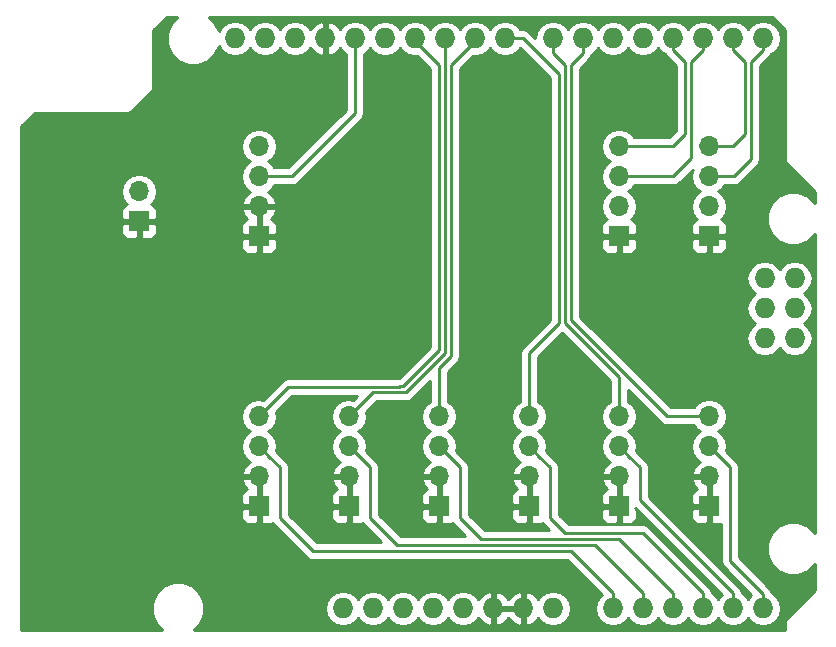
<source format=gtl>
G04 #@! TF.FileFunction,Copper,L1,Top,Signal*
%FSLAX46Y46*%
G04 Gerber Fmt 4.6, Leading zero omitted, Abs format (unit mm)*
G04 Created by KiCad (PCBNEW 4.0.7) date 05/06/19 16:36:02*
%MOMM*%
%LPD*%
G01*
G04 APERTURE LIST*
%ADD10C,0.100000*%
%ADD11R,1.700000X1.700000*%
%ADD12O,1.700000X1.700000*%
%ADD13O,1.727200X1.727200*%
%ADD14C,0.250000*%
%ADD15C,0.254000*%
G04 APERTURE END LIST*
D10*
D11*
X157480000Y-67310000D03*
D12*
X157480000Y-64770000D03*
D11*
X205740000Y-91440000D03*
D12*
X205740000Y-88900000D03*
X205740000Y-86360000D03*
X205740000Y-83820000D03*
D11*
X205740000Y-68580000D03*
D12*
X205740000Y-66040000D03*
X205740000Y-63500000D03*
X205740000Y-60960000D03*
D11*
X198120000Y-68580000D03*
D12*
X198120000Y-66040000D03*
X198120000Y-63500000D03*
X198120000Y-60960000D03*
D11*
X167640000Y-68580000D03*
D12*
X167640000Y-66040000D03*
X167640000Y-63500000D03*
X167640000Y-60960000D03*
D11*
X167640000Y-91440000D03*
D12*
X167640000Y-88900000D03*
X167640000Y-86360000D03*
X167640000Y-83820000D03*
D11*
X175260000Y-91440000D03*
D12*
X175260000Y-88900000D03*
X175260000Y-86360000D03*
X175260000Y-83820000D03*
D11*
X182880000Y-91440000D03*
D12*
X182880000Y-88900000D03*
X182880000Y-86360000D03*
X182880000Y-83820000D03*
D11*
X190500000Y-91440000D03*
D12*
X190500000Y-88900000D03*
X190500000Y-86360000D03*
X190500000Y-83820000D03*
D11*
X198120000Y-91440000D03*
D12*
X198120000Y-88900000D03*
X198120000Y-86360000D03*
X198120000Y-83820000D03*
D13*
X210439000Y-77216000D03*
X212979000Y-77216000D03*
X212979000Y-74676000D03*
X210439000Y-74676000D03*
X212979000Y-72136000D03*
X197612000Y-100076000D03*
X192532000Y-100076000D03*
X189992000Y-100076000D03*
X187452000Y-100076000D03*
X184912000Y-100076000D03*
X182372000Y-100076000D03*
X179832000Y-100076000D03*
X177292000Y-100076000D03*
X210312000Y-51816000D03*
X207772000Y-51816000D03*
X205232000Y-51816000D03*
X202692000Y-51816000D03*
X200152000Y-51816000D03*
X197612000Y-51816000D03*
X195072000Y-51816000D03*
X192532000Y-51816000D03*
X173228000Y-51816000D03*
X188468000Y-51816000D03*
X185928000Y-51816000D03*
X183388000Y-51816000D03*
X165608000Y-51816000D03*
X168148000Y-51816000D03*
X170688000Y-51816000D03*
X175768000Y-51816000D03*
X178308000Y-51816000D03*
X180848000Y-51816000D03*
X174752000Y-100076000D03*
X200152000Y-100076000D03*
X202692000Y-100076000D03*
X205232000Y-100076000D03*
X207772000Y-100076000D03*
X210312000Y-100076000D03*
X210439000Y-72136000D03*
D14*
X209296000Y-62034420D02*
X207830420Y-63500000D01*
X207830420Y-63500000D02*
X205740000Y-63500000D01*
X209296000Y-62034420D02*
X209296000Y-53848000D01*
X209296000Y-53848000D02*
X210312000Y-52832000D01*
X210312000Y-52832000D02*
X210312000Y-51816000D01*
X207772000Y-51816000D02*
X207772000Y-52832000D01*
X207772000Y-52832000D02*
X208788000Y-53848000D01*
X208788000Y-53848000D02*
X208788000Y-59944000D01*
X208788000Y-59944000D02*
X207772000Y-60960000D01*
X207772000Y-60960000D02*
X205740000Y-60960000D01*
X205232000Y-51816000D02*
X205232000Y-52832000D01*
X205232000Y-52832000D02*
X204216000Y-53848000D01*
X204216000Y-61976000D02*
X202692000Y-63500000D01*
X204216000Y-53848000D02*
X204216000Y-61976000D01*
X202692000Y-63500000D02*
X198120000Y-63500000D01*
X198120000Y-60960000D02*
X202692000Y-60960000D01*
X202692000Y-60960000D02*
X203708000Y-59944000D01*
X203708000Y-59944000D02*
X203708000Y-53848000D01*
X203708000Y-53848000D02*
X202692000Y-52832000D01*
X202692000Y-52832000D02*
X202692000Y-51816000D01*
X175768000Y-51816000D02*
X175768000Y-58166000D01*
X169418000Y-63500000D02*
X167640000Y-63500000D01*
X175768000Y-58166000D02*
X170434000Y-63500000D01*
X170434000Y-63500000D02*
X169418000Y-63500000D01*
X179832000Y-81280000D02*
X179578000Y-81280000D01*
X179578000Y-81280000D02*
X179520010Y-81337990D01*
X179520010Y-81337990D02*
X170122010Y-81337990D01*
X170122010Y-81337990D02*
X168489999Y-82970001D01*
X168489999Y-82970001D02*
X167640000Y-83820000D01*
X179832000Y-81280000D02*
X182880000Y-78232000D01*
X182880000Y-78232000D02*
X182880000Y-54102000D01*
X182880000Y-54102000D02*
X180848000Y-52070000D01*
X180848000Y-52070000D02*
X180848000Y-51816000D01*
X197612000Y-100076000D02*
X197612000Y-98806000D01*
X169418000Y-92456000D02*
X169418000Y-88138000D01*
X197612000Y-98806000D02*
X194056000Y-95250000D01*
X194056000Y-95250000D02*
X172212000Y-95250000D01*
X172212000Y-95250000D02*
X169418000Y-92456000D01*
X169418000Y-88138000D02*
X168489999Y-87209999D01*
X168489999Y-87209999D02*
X167640000Y-86360000D01*
X183388000Y-51816000D02*
X183388000Y-78486000D01*
X183388000Y-78486000D02*
X180086000Y-81788000D01*
X180086000Y-81788000D02*
X177292000Y-81788000D01*
X177292000Y-81788000D02*
X175260000Y-83820000D01*
X200152000Y-100076000D02*
X200152000Y-98806000D01*
X177038000Y-88138000D02*
X175260000Y-86360000D01*
X200152000Y-98806000D02*
X196088000Y-94742000D01*
X196088000Y-94742000D02*
X179324000Y-94742000D01*
X179324000Y-94742000D02*
X177038000Y-92456000D01*
X177038000Y-92456000D02*
X177038000Y-88138000D01*
X185928000Y-51816000D02*
X185928000Y-52070000D01*
X185928000Y-52070000D02*
X183896000Y-54102000D01*
X182880000Y-79756000D02*
X182880000Y-83820000D01*
X183896000Y-54102000D02*
X183896000Y-78740000D01*
X183896000Y-78740000D02*
X182880000Y-79756000D01*
X202692000Y-100076000D02*
X202692000Y-98806000D01*
X202692000Y-98806000D02*
X198120000Y-94234000D01*
X198120000Y-94234000D02*
X186436000Y-94234000D01*
X186436000Y-94234000D02*
X184658000Y-92456000D01*
X184658000Y-92456000D02*
X184658000Y-88138000D01*
X184658000Y-88138000D02*
X182880000Y-86360000D01*
X193040000Y-75946000D02*
X190500000Y-78486000D01*
X193040000Y-54864000D02*
X193040000Y-75946000D01*
X190500000Y-78486000D02*
X190500000Y-83820000D01*
X189992000Y-51816000D02*
X193040000Y-54864000D01*
X188468000Y-51816000D02*
X189992000Y-51816000D01*
X205232000Y-100076000D02*
X205232000Y-98806000D01*
X192278000Y-88138000D02*
X191349999Y-87209999D01*
X205232000Y-98806000D02*
X200152000Y-93726000D01*
X200152000Y-93726000D02*
X193548000Y-93726000D01*
X191349999Y-87209999D02*
X190500000Y-86360000D01*
X193548000Y-93726000D02*
X192278000Y-92456000D01*
X192278000Y-92456000D02*
X192278000Y-88138000D01*
X198120000Y-81026000D02*
X198120000Y-83820000D01*
X198120000Y-80518000D02*
X198120000Y-81026000D01*
X193548000Y-75946000D02*
X198120000Y-80518000D01*
X193548000Y-54102000D02*
X193548000Y-75946000D01*
X192532000Y-53086000D02*
X193548000Y-54102000D01*
X192532000Y-51816000D02*
X192532000Y-53086000D01*
X207772000Y-100076000D02*
X207772000Y-98806000D01*
X207772000Y-98806000D02*
X199898000Y-90932000D01*
X199898000Y-88138000D02*
X198969999Y-87209999D01*
X198969999Y-87209999D02*
X198120000Y-86360000D01*
X199898000Y-90932000D02*
X199898000Y-88138000D01*
X202184000Y-83820000D02*
X205740000Y-83820000D01*
X194056000Y-75692000D02*
X202184000Y-83820000D01*
X194056000Y-54053314D02*
X194056000Y-75692000D01*
X195072000Y-51816000D02*
X195072000Y-53037314D01*
X195072000Y-53037314D02*
X194056000Y-54053314D01*
X210312000Y-100076000D02*
X210312000Y-98854686D01*
X210312000Y-98854686D02*
X207518000Y-96060686D01*
X207518000Y-96060686D02*
X207518000Y-88138000D01*
X207518000Y-88138000D02*
X205740000Y-86360000D01*
D15*
G36*
X160158364Y-50548321D02*
X159817389Y-51369481D01*
X159816613Y-52258619D01*
X160156155Y-53080372D01*
X160784321Y-53709636D01*
X161605481Y-54050611D01*
X162494619Y-54051387D01*
X163316372Y-53711845D01*
X163945636Y-53083679D01*
X164218645Y-52426200D01*
X164518971Y-52875670D01*
X165005152Y-53200526D01*
X165578641Y-53314600D01*
X165637359Y-53314600D01*
X166210848Y-53200526D01*
X166697029Y-52875670D01*
X166878000Y-52604828D01*
X167058971Y-52875670D01*
X167545152Y-53200526D01*
X168118641Y-53314600D01*
X168177359Y-53314600D01*
X168750848Y-53200526D01*
X169237029Y-52875670D01*
X169418000Y-52604828D01*
X169598971Y-52875670D01*
X170085152Y-53200526D01*
X170658641Y-53314600D01*
X170717359Y-53314600D01*
X171290848Y-53200526D01*
X171777029Y-52875670D01*
X171957992Y-52604839D01*
X172339510Y-53022821D01*
X172868973Y-53270968D01*
X173101000Y-53150469D01*
X173101000Y-51943000D01*
X173081000Y-51943000D01*
X173081000Y-51689000D01*
X173101000Y-51689000D01*
X173101000Y-50481531D01*
X172868973Y-50361032D01*
X172339510Y-50609179D01*
X171957992Y-51027161D01*
X171777029Y-50756330D01*
X171290848Y-50431474D01*
X170717359Y-50317400D01*
X170658641Y-50317400D01*
X170085152Y-50431474D01*
X169598971Y-50756330D01*
X169418000Y-51027172D01*
X169237029Y-50756330D01*
X168750848Y-50431474D01*
X168177359Y-50317400D01*
X168118641Y-50317400D01*
X167545152Y-50431474D01*
X167058971Y-50756330D01*
X166878000Y-51027172D01*
X166697029Y-50756330D01*
X166210848Y-50431474D01*
X165637359Y-50317400D01*
X165578641Y-50317400D01*
X165005152Y-50431474D01*
X164518971Y-50756330D01*
X164218335Y-51206263D01*
X163947845Y-50551628D01*
X163383204Y-49986000D01*
X211033908Y-49986000D01*
X212142000Y-51094091D01*
X212142000Y-61976000D01*
X212196046Y-62247705D01*
X212349954Y-62478046D01*
X214682000Y-64810091D01*
X214682000Y-65725668D01*
X214119679Y-65162364D01*
X213298519Y-64821389D01*
X212409381Y-64820613D01*
X211587628Y-65160155D01*
X210958364Y-65788321D01*
X210617389Y-66609481D01*
X210616613Y-67498619D01*
X210956155Y-68320372D01*
X211584321Y-68949636D01*
X212405481Y-69290611D01*
X213294619Y-69291387D01*
X214116372Y-68951845D01*
X214682000Y-68387204D01*
X214682000Y-93665668D01*
X214119679Y-93102364D01*
X213298519Y-92761389D01*
X212409381Y-92760613D01*
X211587628Y-93100155D01*
X210958364Y-93728321D01*
X210617389Y-94549481D01*
X210616613Y-95438619D01*
X210956155Y-96260372D01*
X211584321Y-96889636D01*
X212405481Y-97230611D01*
X213294619Y-97231387D01*
X214116372Y-96891845D01*
X214682000Y-96327204D01*
X214682000Y-98511909D01*
X212349954Y-100843954D01*
X212196046Y-101074295D01*
X212142000Y-101346000D01*
X212142000Y-101906000D01*
X162112332Y-101906000D01*
X162675636Y-101343679D01*
X163016611Y-100522519D01*
X163017000Y-100076000D01*
X173224041Y-100076000D01*
X173338115Y-100649489D01*
X173662971Y-101135670D01*
X174149152Y-101460526D01*
X174722641Y-101574600D01*
X174781359Y-101574600D01*
X175354848Y-101460526D01*
X175841029Y-101135670D01*
X176022000Y-100864828D01*
X176202971Y-101135670D01*
X176689152Y-101460526D01*
X177262641Y-101574600D01*
X177321359Y-101574600D01*
X177894848Y-101460526D01*
X178381029Y-101135670D01*
X178562000Y-100864828D01*
X178742971Y-101135670D01*
X179229152Y-101460526D01*
X179802641Y-101574600D01*
X179861359Y-101574600D01*
X180434848Y-101460526D01*
X180921029Y-101135670D01*
X181102000Y-100864828D01*
X181282971Y-101135670D01*
X181769152Y-101460526D01*
X182342641Y-101574600D01*
X182401359Y-101574600D01*
X182974848Y-101460526D01*
X183461029Y-101135670D01*
X183642000Y-100864828D01*
X183822971Y-101135670D01*
X184309152Y-101460526D01*
X184882641Y-101574600D01*
X184941359Y-101574600D01*
X185514848Y-101460526D01*
X186001029Y-101135670D01*
X186181992Y-100864839D01*
X186563510Y-101282821D01*
X187092973Y-101530968D01*
X187325000Y-101410469D01*
X187325000Y-100203000D01*
X187579000Y-100203000D01*
X187579000Y-101410469D01*
X187811027Y-101530968D01*
X188340490Y-101282821D01*
X188722000Y-100864848D01*
X189103510Y-101282821D01*
X189632973Y-101530968D01*
X189865000Y-101410469D01*
X189865000Y-100203000D01*
X187579000Y-100203000D01*
X187325000Y-100203000D01*
X187305000Y-100203000D01*
X187305000Y-99949000D01*
X187325000Y-99949000D01*
X187325000Y-98741531D01*
X187579000Y-98741531D01*
X187579000Y-99949000D01*
X189865000Y-99949000D01*
X189865000Y-98741531D01*
X190119000Y-98741531D01*
X190119000Y-99949000D01*
X190139000Y-99949000D01*
X190139000Y-100203000D01*
X190119000Y-100203000D01*
X190119000Y-101410469D01*
X190351027Y-101530968D01*
X190880490Y-101282821D01*
X191262008Y-100864839D01*
X191442971Y-101135670D01*
X191929152Y-101460526D01*
X192502641Y-101574600D01*
X192561359Y-101574600D01*
X193134848Y-101460526D01*
X193621029Y-101135670D01*
X193945885Y-100649489D01*
X194059959Y-100076000D01*
X193945885Y-99502511D01*
X193621029Y-99016330D01*
X193134848Y-98691474D01*
X192561359Y-98577400D01*
X192502641Y-98577400D01*
X191929152Y-98691474D01*
X191442971Y-99016330D01*
X191262008Y-99287161D01*
X190880490Y-98869179D01*
X190351027Y-98621032D01*
X190119000Y-98741531D01*
X189865000Y-98741531D01*
X189632973Y-98621032D01*
X189103510Y-98869179D01*
X188722000Y-99287152D01*
X188340490Y-98869179D01*
X187811027Y-98621032D01*
X187579000Y-98741531D01*
X187325000Y-98741531D01*
X187092973Y-98621032D01*
X186563510Y-98869179D01*
X186181992Y-99287161D01*
X186001029Y-99016330D01*
X185514848Y-98691474D01*
X184941359Y-98577400D01*
X184882641Y-98577400D01*
X184309152Y-98691474D01*
X183822971Y-99016330D01*
X183642000Y-99287172D01*
X183461029Y-99016330D01*
X182974848Y-98691474D01*
X182401359Y-98577400D01*
X182342641Y-98577400D01*
X181769152Y-98691474D01*
X181282971Y-99016330D01*
X181102000Y-99287172D01*
X180921029Y-99016330D01*
X180434848Y-98691474D01*
X179861359Y-98577400D01*
X179802641Y-98577400D01*
X179229152Y-98691474D01*
X178742971Y-99016330D01*
X178562000Y-99287172D01*
X178381029Y-99016330D01*
X177894848Y-98691474D01*
X177321359Y-98577400D01*
X177262641Y-98577400D01*
X176689152Y-98691474D01*
X176202971Y-99016330D01*
X176022000Y-99287172D01*
X175841029Y-99016330D01*
X175354848Y-98691474D01*
X174781359Y-98577400D01*
X174722641Y-98577400D01*
X174149152Y-98691474D01*
X173662971Y-99016330D01*
X173338115Y-99502511D01*
X173224041Y-100076000D01*
X163017000Y-100076000D01*
X163017387Y-99633381D01*
X162677845Y-98811628D01*
X162049679Y-98182364D01*
X161228519Y-97841389D01*
X160339381Y-97840613D01*
X159517628Y-98180155D01*
X158888364Y-98808321D01*
X158547389Y-99629481D01*
X158546613Y-100518619D01*
X158886155Y-101340372D01*
X159450796Y-101906000D01*
X147522000Y-101906000D01*
X147522000Y-91725750D01*
X166155000Y-91725750D01*
X166155000Y-92416310D01*
X166251673Y-92649699D01*
X166430302Y-92828327D01*
X166663691Y-92925000D01*
X167354250Y-92925000D01*
X167513000Y-92766250D01*
X167513000Y-91567000D01*
X166313750Y-91567000D01*
X166155000Y-91725750D01*
X147522000Y-91725750D01*
X147522000Y-90463690D01*
X166155000Y-90463690D01*
X166155000Y-91154250D01*
X166313750Y-91313000D01*
X167513000Y-91313000D01*
X167513000Y-89027000D01*
X166319845Y-89027000D01*
X166198524Y-89256890D01*
X166368355Y-89666924D01*
X166639878Y-89964864D01*
X166430302Y-90051673D01*
X166251673Y-90230301D01*
X166155000Y-90463690D01*
X147522000Y-90463690D01*
X147522000Y-68865750D01*
X166155000Y-68865750D01*
X166155000Y-69556310D01*
X166251673Y-69789699D01*
X166430302Y-69968327D01*
X166663691Y-70065000D01*
X167354250Y-70065000D01*
X167513000Y-69906250D01*
X167513000Y-68707000D01*
X167767000Y-68707000D01*
X167767000Y-69906250D01*
X167925750Y-70065000D01*
X168616309Y-70065000D01*
X168849698Y-69968327D01*
X169028327Y-69789699D01*
X169125000Y-69556310D01*
X169125000Y-68865750D01*
X168966250Y-68707000D01*
X167767000Y-68707000D01*
X167513000Y-68707000D01*
X166313750Y-68707000D01*
X166155000Y-68865750D01*
X147522000Y-68865750D01*
X147522000Y-67595750D01*
X155995000Y-67595750D01*
X155995000Y-68286310D01*
X156091673Y-68519699D01*
X156270302Y-68698327D01*
X156503691Y-68795000D01*
X157194250Y-68795000D01*
X157353000Y-68636250D01*
X157353000Y-67437000D01*
X157607000Y-67437000D01*
X157607000Y-68636250D01*
X157765750Y-68795000D01*
X158456309Y-68795000D01*
X158689698Y-68698327D01*
X158868327Y-68519699D01*
X158965000Y-68286310D01*
X158965000Y-67603690D01*
X166155000Y-67603690D01*
X166155000Y-68294250D01*
X166313750Y-68453000D01*
X167513000Y-68453000D01*
X167513000Y-66167000D01*
X167767000Y-66167000D01*
X167767000Y-68453000D01*
X168966250Y-68453000D01*
X169125000Y-68294250D01*
X169125000Y-67603690D01*
X169028327Y-67370301D01*
X168849698Y-67191673D01*
X168640122Y-67104864D01*
X168911645Y-66806924D01*
X169081476Y-66396890D01*
X168960155Y-66167000D01*
X167767000Y-66167000D01*
X167513000Y-66167000D01*
X166319845Y-66167000D01*
X166198524Y-66396890D01*
X166368355Y-66806924D01*
X166639878Y-67104864D01*
X166430302Y-67191673D01*
X166251673Y-67370301D01*
X166155000Y-67603690D01*
X158965000Y-67603690D01*
X158965000Y-67595750D01*
X158806250Y-67437000D01*
X157607000Y-67437000D01*
X157353000Y-67437000D01*
X156153750Y-67437000D01*
X155995000Y-67595750D01*
X147522000Y-67595750D01*
X147522000Y-64770000D01*
X155965907Y-64770000D01*
X156078946Y-65338285D01*
X156400853Y-65820054D01*
X156444777Y-65849403D01*
X156270302Y-65921673D01*
X156091673Y-66100301D01*
X155995000Y-66333690D01*
X155995000Y-67024250D01*
X156153750Y-67183000D01*
X157353000Y-67183000D01*
X157353000Y-67163000D01*
X157607000Y-67163000D01*
X157607000Y-67183000D01*
X158806250Y-67183000D01*
X158965000Y-67024250D01*
X158965000Y-66333690D01*
X158868327Y-66100301D01*
X158689698Y-65921673D01*
X158515223Y-65849403D01*
X158559147Y-65820054D01*
X158881054Y-65338285D01*
X158994093Y-64770000D01*
X158881054Y-64201715D01*
X158559147Y-63719946D01*
X158077378Y-63398039D01*
X157509093Y-63285000D01*
X157450907Y-63285000D01*
X156882622Y-63398039D01*
X156400853Y-63719946D01*
X156078946Y-64201715D01*
X155965907Y-64770000D01*
X147522000Y-64770000D01*
X147522000Y-60960000D01*
X166125907Y-60960000D01*
X166238946Y-61528285D01*
X166560853Y-62010054D01*
X166890026Y-62230000D01*
X166560853Y-62449946D01*
X166238946Y-62931715D01*
X166125907Y-63500000D01*
X166238946Y-64068285D01*
X166560853Y-64550054D01*
X166901553Y-64777702D01*
X166758642Y-64844817D01*
X166368355Y-65273076D01*
X166198524Y-65683110D01*
X166319845Y-65913000D01*
X167513000Y-65913000D01*
X167513000Y-65893000D01*
X167767000Y-65893000D01*
X167767000Y-65913000D01*
X168960155Y-65913000D01*
X169081476Y-65683110D01*
X168911645Y-65273076D01*
X168521358Y-64844817D01*
X168378447Y-64777702D01*
X168719147Y-64550054D01*
X168912954Y-64260000D01*
X170434000Y-64260000D01*
X170724839Y-64202148D01*
X170971401Y-64037401D01*
X176305401Y-58703401D01*
X176470148Y-58456839D01*
X176528000Y-58166000D01*
X176528000Y-53095520D01*
X176857029Y-52875670D01*
X177038000Y-52604828D01*
X177218971Y-52875670D01*
X177705152Y-53200526D01*
X178278641Y-53314600D01*
X178337359Y-53314600D01*
X178910848Y-53200526D01*
X179397029Y-52875670D01*
X179578000Y-52604828D01*
X179758971Y-52875670D01*
X180245152Y-53200526D01*
X180818641Y-53314600D01*
X180877359Y-53314600D01*
X180994498Y-53291300D01*
X182120000Y-54416802D01*
X182120000Y-77917198D01*
X179502101Y-80535097D01*
X179287160Y-80577852D01*
X179286953Y-80577990D01*
X170122010Y-80577990D01*
X169831171Y-80635842D01*
X169584609Y-80800589D01*
X167986969Y-82398229D01*
X167669093Y-82335000D01*
X167610907Y-82335000D01*
X167042622Y-82448039D01*
X166560853Y-82769946D01*
X166238946Y-83251715D01*
X166125907Y-83820000D01*
X166238946Y-84388285D01*
X166560853Y-84870054D01*
X166890026Y-85090000D01*
X166560853Y-85309946D01*
X166238946Y-85791715D01*
X166125907Y-86360000D01*
X166238946Y-86928285D01*
X166560853Y-87410054D01*
X166901553Y-87637702D01*
X166758642Y-87704817D01*
X166368355Y-88133076D01*
X166198524Y-88543110D01*
X166319845Y-88773000D01*
X167513000Y-88773000D01*
X167513000Y-88753000D01*
X167767000Y-88753000D01*
X167767000Y-88773000D01*
X167787000Y-88773000D01*
X167787000Y-89027000D01*
X167767000Y-89027000D01*
X167767000Y-91313000D01*
X167787000Y-91313000D01*
X167787000Y-91567000D01*
X167767000Y-91567000D01*
X167767000Y-92766250D01*
X167925750Y-92925000D01*
X168616309Y-92925000D01*
X168787512Y-92854085D01*
X168880599Y-92993401D01*
X171674599Y-95787401D01*
X171921161Y-95952148D01*
X172212000Y-96010000D01*
X193741198Y-96010000D01*
X196657583Y-98926385D01*
X196522971Y-99016330D01*
X196198115Y-99502511D01*
X196084041Y-100076000D01*
X196198115Y-100649489D01*
X196522971Y-101135670D01*
X197009152Y-101460526D01*
X197582641Y-101574600D01*
X197641359Y-101574600D01*
X198214848Y-101460526D01*
X198701029Y-101135670D01*
X198882000Y-100864828D01*
X199062971Y-101135670D01*
X199549152Y-101460526D01*
X200122641Y-101574600D01*
X200181359Y-101574600D01*
X200754848Y-101460526D01*
X201241029Y-101135670D01*
X201422000Y-100864828D01*
X201602971Y-101135670D01*
X202089152Y-101460526D01*
X202662641Y-101574600D01*
X202721359Y-101574600D01*
X203294848Y-101460526D01*
X203781029Y-101135670D01*
X203962000Y-100864828D01*
X204142971Y-101135670D01*
X204629152Y-101460526D01*
X205202641Y-101574600D01*
X205261359Y-101574600D01*
X205834848Y-101460526D01*
X206321029Y-101135670D01*
X206502000Y-100864828D01*
X206682971Y-101135670D01*
X207169152Y-101460526D01*
X207742641Y-101574600D01*
X207801359Y-101574600D01*
X208374848Y-101460526D01*
X208861029Y-101135670D01*
X209042000Y-100864828D01*
X209222971Y-101135670D01*
X209709152Y-101460526D01*
X210282641Y-101574600D01*
X210341359Y-101574600D01*
X210914848Y-101460526D01*
X211401029Y-101135670D01*
X211725885Y-100649489D01*
X211839959Y-100076000D01*
X211725885Y-99502511D01*
X211401029Y-99016330D01*
X211058647Y-98787558D01*
X211014148Y-98563847D01*
X210849401Y-98317285D01*
X208278000Y-95745884D01*
X208278000Y-88138000D01*
X208220148Y-87847161D01*
X208055401Y-87600599D01*
X207181210Y-86726408D01*
X207254093Y-86360000D01*
X207141054Y-85791715D01*
X206819147Y-85309946D01*
X206489974Y-85090000D01*
X206819147Y-84870054D01*
X207141054Y-84388285D01*
X207254093Y-83820000D01*
X207141054Y-83251715D01*
X206819147Y-82769946D01*
X206337378Y-82448039D01*
X205769093Y-82335000D01*
X205710907Y-82335000D01*
X205142622Y-82448039D01*
X204660853Y-82769946D01*
X204467046Y-83060000D01*
X202498802Y-83060000D01*
X194816000Y-75377198D01*
X194816000Y-72136000D01*
X208911041Y-72136000D01*
X209025115Y-72709489D01*
X209349971Y-73195670D01*
X209664752Y-73406000D01*
X209349971Y-73616330D01*
X209025115Y-74102511D01*
X208911041Y-74676000D01*
X209025115Y-75249489D01*
X209349971Y-75735670D01*
X209664752Y-75946000D01*
X209349971Y-76156330D01*
X209025115Y-76642511D01*
X208911041Y-77216000D01*
X209025115Y-77789489D01*
X209349971Y-78275670D01*
X209836152Y-78600526D01*
X210409641Y-78714600D01*
X210468359Y-78714600D01*
X211041848Y-78600526D01*
X211528029Y-78275670D01*
X211709000Y-78004828D01*
X211889971Y-78275670D01*
X212376152Y-78600526D01*
X212949641Y-78714600D01*
X213008359Y-78714600D01*
X213581848Y-78600526D01*
X214068029Y-78275670D01*
X214392885Y-77789489D01*
X214506959Y-77216000D01*
X214392885Y-76642511D01*
X214068029Y-76156330D01*
X213753248Y-75946000D01*
X214068029Y-75735670D01*
X214392885Y-75249489D01*
X214506959Y-74676000D01*
X214392885Y-74102511D01*
X214068029Y-73616330D01*
X213753248Y-73406000D01*
X214068029Y-73195670D01*
X214392885Y-72709489D01*
X214506959Y-72136000D01*
X214392885Y-71562511D01*
X214068029Y-71076330D01*
X213581848Y-70751474D01*
X213008359Y-70637400D01*
X212949641Y-70637400D01*
X212376152Y-70751474D01*
X211889971Y-71076330D01*
X211709000Y-71347172D01*
X211528029Y-71076330D01*
X211041848Y-70751474D01*
X210468359Y-70637400D01*
X210409641Y-70637400D01*
X209836152Y-70751474D01*
X209349971Y-71076330D01*
X209025115Y-71562511D01*
X208911041Y-72136000D01*
X194816000Y-72136000D01*
X194816000Y-68865750D01*
X196635000Y-68865750D01*
X196635000Y-69556310D01*
X196731673Y-69789699D01*
X196910302Y-69968327D01*
X197143691Y-70065000D01*
X197834250Y-70065000D01*
X197993000Y-69906250D01*
X197993000Y-68707000D01*
X198247000Y-68707000D01*
X198247000Y-69906250D01*
X198405750Y-70065000D01*
X199096309Y-70065000D01*
X199329698Y-69968327D01*
X199508327Y-69789699D01*
X199605000Y-69556310D01*
X199605000Y-68865750D01*
X204255000Y-68865750D01*
X204255000Y-69556310D01*
X204351673Y-69789699D01*
X204530302Y-69968327D01*
X204763691Y-70065000D01*
X205454250Y-70065000D01*
X205613000Y-69906250D01*
X205613000Y-68707000D01*
X205867000Y-68707000D01*
X205867000Y-69906250D01*
X206025750Y-70065000D01*
X206716309Y-70065000D01*
X206949698Y-69968327D01*
X207128327Y-69789699D01*
X207225000Y-69556310D01*
X207225000Y-68865750D01*
X207066250Y-68707000D01*
X205867000Y-68707000D01*
X205613000Y-68707000D01*
X204413750Y-68707000D01*
X204255000Y-68865750D01*
X199605000Y-68865750D01*
X199446250Y-68707000D01*
X198247000Y-68707000D01*
X197993000Y-68707000D01*
X196793750Y-68707000D01*
X196635000Y-68865750D01*
X194816000Y-68865750D01*
X194816000Y-54368116D01*
X195609401Y-53574715D01*
X195774148Y-53328153D01*
X195818647Y-53104442D01*
X196161029Y-52875670D01*
X196342000Y-52604828D01*
X196522971Y-52875670D01*
X197009152Y-53200526D01*
X197582641Y-53314600D01*
X197641359Y-53314600D01*
X198214848Y-53200526D01*
X198701029Y-52875670D01*
X198882000Y-52604828D01*
X199062971Y-52875670D01*
X199549152Y-53200526D01*
X200122641Y-53314600D01*
X200181359Y-53314600D01*
X200754848Y-53200526D01*
X201241029Y-52875670D01*
X201422000Y-52604828D01*
X201602971Y-52875670D01*
X202003537Y-53143320D01*
X202154599Y-53369401D01*
X202948000Y-54162802D01*
X202948000Y-59629198D01*
X202377198Y-60200000D01*
X199392954Y-60200000D01*
X199199147Y-59909946D01*
X198717378Y-59588039D01*
X198149093Y-59475000D01*
X198090907Y-59475000D01*
X197522622Y-59588039D01*
X197040853Y-59909946D01*
X196718946Y-60391715D01*
X196605907Y-60960000D01*
X196718946Y-61528285D01*
X197040853Y-62010054D01*
X197370026Y-62230000D01*
X197040853Y-62449946D01*
X196718946Y-62931715D01*
X196605907Y-63500000D01*
X196718946Y-64068285D01*
X197040853Y-64550054D01*
X197370026Y-64770000D01*
X197040853Y-64989946D01*
X196718946Y-65471715D01*
X196605907Y-66040000D01*
X196718946Y-66608285D01*
X197040853Y-67090054D01*
X197084777Y-67119403D01*
X196910302Y-67191673D01*
X196731673Y-67370301D01*
X196635000Y-67603690D01*
X196635000Y-68294250D01*
X196793750Y-68453000D01*
X197993000Y-68453000D01*
X197993000Y-68433000D01*
X198247000Y-68433000D01*
X198247000Y-68453000D01*
X199446250Y-68453000D01*
X199605000Y-68294250D01*
X199605000Y-67603690D01*
X199508327Y-67370301D01*
X199329698Y-67191673D01*
X199155223Y-67119403D01*
X199199147Y-67090054D01*
X199521054Y-66608285D01*
X199634093Y-66040000D01*
X199521054Y-65471715D01*
X199199147Y-64989946D01*
X198869974Y-64770000D01*
X199199147Y-64550054D01*
X199392954Y-64260000D01*
X202692000Y-64260000D01*
X202982839Y-64202148D01*
X203229401Y-64037401D01*
X204346717Y-62920085D01*
X204338946Y-62931715D01*
X204225907Y-63500000D01*
X204338946Y-64068285D01*
X204660853Y-64550054D01*
X204990026Y-64770000D01*
X204660853Y-64989946D01*
X204338946Y-65471715D01*
X204225907Y-66040000D01*
X204338946Y-66608285D01*
X204660853Y-67090054D01*
X204704777Y-67119403D01*
X204530302Y-67191673D01*
X204351673Y-67370301D01*
X204255000Y-67603690D01*
X204255000Y-68294250D01*
X204413750Y-68453000D01*
X205613000Y-68453000D01*
X205613000Y-68433000D01*
X205867000Y-68433000D01*
X205867000Y-68453000D01*
X207066250Y-68453000D01*
X207225000Y-68294250D01*
X207225000Y-67603690D01*
X207128327Y-67370301D01*
X206949698Y-67191673D01*
X206775223Y-67119403D01*
X206819147Y-67090054D01*
X207141054Y-66608285D01*
X207254093Y-66040000D01*
X207141054Y-65471715D01*
X206819147Y-64989946D01*
X206489974Y-64770000D01*
X206819147Y-64550054D01*
X207012954Y-64260000D01*
X207830420Y-64260000D01*
X208121259Y-64202148D01*
X208367821Y-64037401D01*
X209833401Y-62571821D01*
X209998148Y-62325259D01*
X210056000Y-62034420D01*
X210056000Y-54162802D01*
X210849401Y-53369401D01*
X211000463Y-53143320D01*
X211401029Y-52875670D01*
X211725885Y-52389489D01*
X211839959Y-51816000D01*
X211725885Y-51242511D01*
X211401029Y-50756330D01*
X210914848Y-50431474D01*
X210341359Y-50317400D01*
X210282641Y-50317400D01*
X209709152Y-50431474D01*
X209222971Y-50756330D01*
X209042000Y-51027172D01*
X208861029Y-50756330D01*
X208374848Y-50431474D01*
X207801359Y-50317400D01*
X207742641Y-50317400D01*
X207169152Y-50431474D01*
X206682971Y-50756330D01*
X206502000Y-51027172D01*
X206321029Y-50756330D01*
X205834848Y-50431474D01*
X205261359Y-50317400D01*
X205202641Y-50317400D01*
X204629152Y-50431474D01*
X204142971Y-50756330D01*
X203962000Y-51027172D01*
X203781029Y-50756330D01*
X203294848Y-50431474D01*
X202721359Y-50317400D01*
X202662641Y-50317400D01*
X202089152Y-50431474D01*
X201602971Y-50756330D01*
X201422000Y-51027172D01*
X201241029Y-50756330D01*
X200754848Y-50431474D01*
X200181359Y-50317400D01*
X200122641Y-50317400D01*
X199549152Y-50431474D01*
X199062971Y-50756330D01*
X198882000Y-51027172D01*
X198701029Y-50756330D01*
X198214848Y-50431474D01*
X197641359Y-50317400D01*
X197582641Y-50317400D01*
X197009152Y-50431474D01*
X196522971Y-50756330D01*
X196342000Y-51027172D01*
X196161029Y-50756330D01*
X195674848Y-50431474D01*
X195101359Y-50317400D01*
X195042641Y-50317400D01*
X194469152Y-50431474D01*
X193982971Y-50756330D01*
X193802000Y-51027172D01*
X193621029Y-50756330D01*
X193134848Y-50431474D01*
X192561359Y-50317400D01*
X192502641Y-50317400D01*
X191929152Y-50431474D01*
X191442971Y-50756330D01*
X191118115Y-51242511D01*
X191014454Y-51763652D01*
X190529401Y-51278599D01*
X190282839Y-51113852D01*
X189992000Y-51056000D01*
X189757262Y-51056000D01*
X189557029Y-50756330D01*
X189070848Y-50431474D01*
X188497359Y-50317400D01*
X188438641Y-50317400D01*
X187865152Y-50431474D01*
X187378971Y-50756330D01*
X187198000Y-51027172D01*
X187017029Y-50756330D01*
X186530848Y-50431474D01*
X185957359Y-50317400D01*
X185898641Y-50317400D01*
X185325152Y-50431474D01*
X184838971Y-50756330D01*
X184658000Y-51027172D01*
X184477029Y-50756330D01*
X183990848Y-50431474D01*
X183417359Y-50317400D01*
X183358641Y-50317400D01*
X182785152Y-50431474D01*
X182298971Y-50756330D01*
X182118000Y-51027172D01*
X181937029Y-50756330D01*
X181450848Y-50431474D01*
X180877359Y-50317400D01*
X180818641Y-50317400D01*
X180245152Y-50431474D01*
X179758971Y-50756330D01*
X179578000Y-51027172D01*
X179397029Y-50756330D01*
X178910848Y-50431474D01*
X178337359Y-50317400D01*
X178278641Y-50317400D01*
X177705152Y-50431474D01*
X177218971Y-50756330D01*
X177038000Y-51027172D01*
X176857029Y-50756330D01*
X176370848Y-50431474D01*
X175797359Y-50317400D01*
X175738641Y-50317400D01*
X175165152Y-50431474D01*
X174678971Y-50756330D01*
X174498008Y-51027161D01*
X174116490Y-50609179D01*
X173587027Y-50361032D01*
X173355000Y-50481531D01*
X173355000Y-51689000D01*
X173375000Y-51689000D01*
X173375000Y-51943000D01*
X173355000Y-51943000D01*
X173355000Y-53150469D01*
X173587027Y-53270968D01*
X174116490Y-53022821D01*
X174498008Y-52604839D01*
X174678971Y-52875670D01*
X175008000Y-53095520D01*
X175008000Y-57851198D01*
X170119198Y-62740000D01*
X168912954Y-62740000D01*
X168719147Y-62449946D01*
X168389974Y-62230000D01*
X168719147Y-62010054D01*
X169041054Y-61528285D01*
X169154093Y-60960000D01*
X169041054Y-60391715D01*
X168719147Y-59909946D01*
X168237378Y-59588039D01*
X167669093Y-59475000D01*
X167610907Y-59475000D01*
X167042622Y-59588039D01*
X166560853Y-59909946D01*
X166238946Y-60391715D01*
X166125907Y-60960000D01*
X147522000Y-60960000D01*
X147522000Y-59222092D01*
X148630091Y-58114000D01*
X156464000Y-58114000D01*
X156735705Y-58059954D01*
X156966046Y-57906046D01*
X158490043Y-56382048D01*
X158490046Y-56382046D01*
X158643954Y-56151705D01*
X158698000Y-55880000D01*
X158698000Y-51094092D01*
X159806091Y-49986000D01*
X160721668Y-49986000D01*
X160158364Y-50548321D01*
X160158364Y-50548321D01*
G37*
X160158364Y-50548321D02*
X159817389Y-51369481D01*
X159816613Y-52258619D01*
X160156155Y-53080372D01*
X160784321Y-53709636D01*
X161605481Y-54050611D01*
X162494619Y-54051387D01*
X163316372Y-53711845D01*
X163945636Y-53083679D01*
X164218645Y-52426200D01*
X164518971Y-52875670D01*
X165005152Y-53200526D01*
X165578641Y-53314600D01*
X165637359Y-53314600D01*
X166210848Y-53200526D01*
X166697029Y-52875670D01*
X166878000Y-52604828D01*
X167058971Y-52875670D01*
X167545152Y-53200526D01*
X168118641Y-53314600D01*
X168177359Y-53314600D01*
X168750848Y-53200526D01*
X169237029Y-52875670D01*
X169418000Y-52604828D01*
X169598971Y-52875670D01*
X170085152Y-53200526D01*
X170658641Y-53314600D01*
X170717359Y-53314600D01*
X171290848Y-53200526D01*
X171777029Y-52875670D01*
X171957992Y-52604839D01*
X172339510Y-53022821D01*
X172868973Y-53270968D01*
X173101000Y-53150469D01*
X173101000Y-51943000D01*
X173081000Y-51943000D01*
X173081000Y-51689000D01*
X173101000Y-51689000D01*
X173101000Y-50481531D01*
X172868973Y-50361032D01*
X172339510Y-50609179D01*
X171957992Y-51027161D01*
X171777029Y-50756330D01*
X171290848Y-50431474D01*
X170717359Y-50317400D01*
X170658641Y-50317400D01*
X170085152Y-50431474D01*
X169598971Y-50756330D01*
X169418000Y-51027172D01*
X169237029Y-50756330D01*
X168750848Y-50431474D01*
X168177359Y-50317400D01*
X168118641Y-50317400D01*
X167545152Y-50431474D01*
X167058971Y-50756330D01*
X166878000Y-51027172D01*
X166697029Y-50756330D01*
X166210848Y-50431474D01*
X165637359Y-50317400D01*
X165578641Y-50317400D01*
X165005152Y-50431474D01*
X164518971Y-50756330D01*
X164218335Y-51206263D01*
X163947845Y-50551628D01*
X163383204Y-49986000D01*
X211033908Y-49986000D01*
X212142000Y-51094091D01*
X212142000Y-61976000D01*
X212196046Y-62247705D01*
X212349954Y-62478046D01*
X214682000Y-64810091D01*
X214682000Y-65725668D01*
X214119679Y-65162364D01*
X213298519Y-64821389D01*
X212409381Y-64820613D01*
X211587628Y-65160155D01*
X210958364Y-65788321D01*
X210617389Y-66609481D01*
X210616613Y-67498619D01*
X210956155Y-68320372D01*
X211584321Y-68949636D01*
X212405481Y-69290611D01*
X213294619Y-69291387D01*
X214116372Y-68951845D01*
X214682000Y-68387204D01*
X214682000Y-93665668D01*
X214119679Y-93102364D01*
X213298519Y-92761389D01*
X212409381Y-92760613D01*
X211587628Y-93100155D01*
X210958364Y-93728321D01*
X210617389Y-94549481D01*
X210616613Y-95438619D01*
X210956155Y-96260372D01*
X211584321Y-96889636D01*
X212405481Y-97230611D01*
X213294619Y-97231387D01*
X214116372Y-96891845D01*
X214682000Y-96327204D01*
X214682000Y-98511909D01*
X212349954Y-100843954D01*
X212196046Y-101074295D01*
X212142000Y-101346000D01*
X212142000Y-101906000D01*
X162112332Y-101906000D01*
X162675636Y-101343679D01*
X163016611Y-100522519D01*
X163017000Y-100076000D01*
X173224041Y-100076000D01*
X173338115Y-100649489D01*
X173662971Y-101135670D01*
X174149152Y-101460526D01*
X174722641Y-101574600D01*
X174781359Y-101574600D01*
X175354848Y-101460526D01*
X175841029Y-101135670D01*
X176022000Y-100864828D01*
X176202971Y-101135670D01*
X176689152Y-101460526D01*
X177262641Y-101574600D01*
X177321359Y-101574600D01*
X177894848Y-101460526D01*
X178381029Y-101135670D01*
X178562000Y-100864828D01*
X178742971Y-101135670D01*
X179229152Y-101460526D01*
X179802641Y-101574600D01*
X179861359Y-101574600D01*
X180434848Y-101460526D01*
X180921029Y-101135670D01*
X181102000Y-100864828D01*
X181282971Y-101135670D01*
X181769152Y-101460526D01*
X182342641Y-101574600D01*
X182401359Y-101574600D01*
X182974848Y-101460526D01*
X183461029Y-101135670D01*
X183642000Y-100864828D01*
X183822971Y-101135670D01*
X184309152Y-101460526D01*
X184882641Y-101574600D01*
X184941359Y-101574600D01*
X185514848Y-101460526D01*
X186001029Y-101135670D01*
X186181992Y-100864839D01*
X186563510Y-101282821D01*
X187092973Y-101530968D01*
X187325000Y-101410469D01*
X187325000Y-100203000D01*
X187579000Y-100203000D01*
X187579000Y-101410469D01*
X187811027Y-101530968D01*
X188340490Y-101282821D01*
X188722000Y-100864848D01*
X189103510Y-101282821D01*
X189632973Y-101530968D01*
X189865000Y-101410469D01*
X189865000Y-100203000D01*
X187579000Y-100203000D01*
X187325000Y-100203000D01*
X187305000Y-100203000D01*
X187305000Y-99949000D01*
X187325000Y-99949000D01*
X187325000Y-98741531D01*
X187579000Y-98741531D01*
X187579000Y-99949000D01*
X189865000Y-99949000D01*
X189865000Y-98741531D01*
X190119000Y-98741531D01*
X190119000Y-99949000D01*
X190139000Y-99949000D01*
X190139000Y-100203000D01*
X190119000Y-100203000D01*
X190119000Y-101410469D01*
X190351027Y-101530968D01*
X190880490Y-101282821D01*
X191262008Y-100864839D01*
X191442971Y-101135670D01*
X191929152Y-101460526D01*
X192502641Y-101574600D01*
X192561359Y-101574600D01*
X193134848Y-101460526D01*
X193621029Y-101135670D01*
X193945885Y-100649489D01*
X194059959Y-100076000D01*
X193945885Y-99502511D01*
X193621029Y-99016330D01*
X193134848Y-98691474D01*
X192561359Y-98577400D01*
X192502641Y-98577400D01*
X191929152Y-98691474D01*
X191442971Y-99016330D01*
X191262008Y-99287161D01*
X190880490Y-98869179D01*
X190351027Y-98621032D01*
X190119000Y-98741531D01*
X189865000Y-98741531D01*
X189632973Y-98621032D01*
X189103510Y-98869179D01*
X188722000Y-99287152D01*
X188340490Y-98869179D01*
X187811027Y-98621032D01*
X187579000Y-98741531D01*
X187325000Y-98741531D01*
X187092973Y-98621032D01*
X186563510Y-98869179D01*
X186181992Y-99287161D01*
X186001029Y-99016330D01*
X185514848Y-98691474D01*
X184941359Y-98577400D01*
X184882641Y-98577400D01*
X184309152Y-98691474D01*
X183822971Y-99016330D01*
X183642000Y-99287172D01*
X183461029Y-99016330D01*
X182974848Y-98691474D01*
X182401359Y-98577400D01*
X182342641Y-98577400D01*
X181769152Y-98691474D01*
X181282971Y-99016330D01*
X181102000Y-99287172D01*
X180921029Y-99016330D01*
X180434848Y-98691474D01*
X179861359Y-98577400D01*
X179802641Y-98577400D01*
X179229152Y-98691474D01*
X178742971Y-99016330D01*
X178562000Y-99287172D01*
X178381029Y-99016330D01*
X177894848Y-98691474D01*
X177321359Y-98577400D01*
X177262641Y-98577400D01*
X176689152Y-98691474D01*
X176202971Y-99016330D01*
X176022000Y-99287172D01*
X175841029Y-99016330D01*
X175354848Y-98691474D01*
X174781359Y-98577400D01*
X174722641Y-98577400D01*
X174149152Y-98691474D01*
X173662971Y-99016330D01*
X173338115Y-99502511D01*
X173224041Y-100076000D01*
X163017000Y-100076000D01*
X163017387Y-99633381D01*
X162677845Y-98811628D01*
X162049679Y-98182364D01*
X161228519Y-97841389D01*
X160339381Y-97840613D01*
X159517628Y-98180155D01*
X158888364Y-98808321D01*
X158547389Y-99629481D01*
X158546613Y-100518619D01*
X158886155Y-101340372D01*
X159450796Y-101906000D01*
X147522000Y-101906000D01*
X147522000Y-91725750D01*
X166155000Y-91725750D01*
X166155000Y-92416310D01*
X166251673Y-92649699D01*
X166430302Y-92828327D01*
X166663691Y-92925000D01*
X167354250Y-92925000D01*
X167513000Y-92766250D01*
X167513000Y-91567000D01*
X166313750Y-91567000D01*
X166155000Y-91725750D01*
X147522000Y-91725750D01*
X147522000Y-90463690D01*
X166155000Y-90463690D01*
X166155000Y-91154250D01*
X166313750Y-91313000D01*
X167513000Y-91313000D01*
X167513000Y-89027000D01*
X166319845Y-89027000D01*
X166198524Y-89256890D01*
X166368355Y-89666924D01*
X166639878Y-89964864D01*
X166430302Y-90051673D01*
X166251673Y-90230301D01*
X166155000Y-90463690D01*
X147522000Y-90463690D01*
X147522000Y-68865750D01*
X166155000Y-68865750D01*
X166155000Y-69556310D01*
X166251673Y-69789699D01*
X166430302Y-69968327D01*
X166663691Y-70065000D01*
X167354250Y-70065000D01*
X167513000Y-69906250D01*
X167513000Y-68707000D01*
X167767000Y-68707000D01*
X167767000Y-69906250D01*
X167925750Y-70065000D01*
X168616309Y-70065000D01*
X168849698Y-69968327D01*
X169028327Y-69789699D01*
X169125000Y-69556310D01*
X169125000Y-68865750D01*
X168966250Y-68707000D01*
X167767000Y-68707000D01*
X167513000Y-68707000D01*
X166313750Y-68707000D01*
X166155000Y-68865750D01*
X147522000Y-68865750D01*
X147522000Y-67595750D01*
X155995000Y-67595750D01*
X155995000Y-68286310D01*
X156091673Y-68519699D01*
X156270302Y-68698327D01*
X156503691Y-68795000D01*
X157194250Y-68795000D01*
X157353000Y-68636250D01*
X157353000Y-67437000D01*
X157607000Y-67437000D01*
X157607000Y-68636250D01*
X157765750Y-68795000D01*
X158456309Y-68795000D01*
X158689698Y-68698327D01*
X158868327Y-68519699D01*
X158965000Y-68286310D01*
X158965000Y-67603690D01*
X166155000Y-67603690D01*
X166155000Y-68294250D01*
X166313750Y-68453000D01*
X167513000Y-68453000D01*
X167513000Y-66167000D01*
X167767000Y-66167000D01*
X167767000Y-68453000D01*
X168966250Y-68453000D01*
X169125000Y-68294250D01*
X169125000Y-67603690D01*
X169028327Y-67370301D01*
X168849698Y-67191673D01*
X168640122Y-67104864D01*
X168911645Y-66806924D01*
X169081476Y-66396890D01*
X168960155Y-66167000D01*
X167767000Y-66167000D01*
X167513000Y-66167000D01*
X166319845Y-66167000D01*
X166198524Y-66396890D01*
X166368355Y-66806924D01*
X166639878Y-67104864D01*
X166430302Y-67191673D01*
X166251673Y-67370301D01*
X166155000Y-67603690D01*
X158965000Y-67603690D01*
X158965000Y-67595750D01*
X158806250Y-67437000D01*
X157607000Y-67437000D01*
X157353000Y-67437000D01*
X156153750Y-67437000D01*
X155995000Y-67595750D01*
X147522000Y-67595750D01*
X147522000Y-64770000D01*
X155965907Y-64770000D01*
X156078946Y-65338285D01*
X156400853Y-65820054D01*
X156444777Y-65849403D01*
X156270302Y-65921673D01*
X156091673Y-66100301D01*
X155995000Y-66333690D01*
X155995000Y-67024250D01*
X156153750Y-67183000D01*
X157353000Y-67183000D01*
X157353000Y-67163000D01*
X157607000Y-67163000D01*
X157607000Y-67183000D01*
X158806250Y-67183000D01*
X158965000Y-67024250D01*
X158965000Y-66333690D01*
X158868327Y-66100301D01*
X158689698Y-65921673D01*
X158515223Y-65849403D01*
X158559147Y-65820054D01*
X158881054Y-65338285D01*
X158994093Y-64770000D01*
X158881054Y-64201715D01*
X158559147Y-63719946D01*
X158077378Y-63398039D01*
X157509093Y-63285000D01*
X157450907Y-63285000D01*
X156882622Y-63398039D01*
X156400853Y-63719946D01*
X156078946Y-64201715D01*
X155965907Y-64770000D01*
X147522000Y-64770000D01*
X147522000Y-60960000D01*
X166125907Y-60960000D01*
X166238946Y-61528285D01*
X166560853Y-62010054D01*
X166890026Y-62230000D01*
X166560853Y-62449946D01*
X166238946Y-62931715D01*
X166125907Y-63500000D01*
X166238946Y-64068285D01*
X166560853Y-64550054D01*
X166901553Y-64777702D01*
X166758642Y-64844817D01*
X166368355Y-65273076D01*
X166198524Y-65683110D01*
X166319845Y-65913000D01*
X167513000Y-65913000D01*
X167513000Y-65893000D01*
X167767000Y-65893000D01*
X167767000Y-65913000D01*
X168960155Y-65913000D01*
X169081476Y-65683110D01*
X168911645Y-65273076D01*
X168521358Y-64844817D01*
X168378447Y-64777702D01*
X168719147Y-64550054D01*
X168912954Y-64260000D01*
X170434000Y-64260000D01*
X170724839Y-64202148D01*
X170971401Y-64037401D01*
X176305401Y-58703401D01*
X176470148Y-58456839D01*
X176528000Y-58166000D01*
X176528000Y-53095520D01*
X176857029Y-52875670D01*
X177038000Y-52604828D01*
X177218971Y-52875670D01*
X177705152Y-53200526D01*
X178278641Y-53314600D01*
X178337359Y-53314600D01*
X178910848Y-53200526D01*
X179397029Y-52875670D01*
X179578000Y-52604828D01*
X179758971Y-52875670D01*
X180245152Y-53200526D01*
X180818641Y-53314600D01*
X180877359Y-53314600D01*
X180994498Y-53291300D01*
X182120000Y-54416802D01*
X182120000Y-77917198D01*
X179502101Y-80535097D01*
X179287160Y-80577852D01*
X179286953Y-80577990D01*
X170122010Y-80577990D01*
X169831171Y-80635842D01*
X169584609Y-80800589D01*
X167986969Y-82398229D01*
X167669093Y-82335000D01*
X167610907Y-82335000D01*
X167042622Y-82448039D01*
X166560853Y-82769946D01*
X166238946Y-83251715D01*
X166125907Y-83820000D01*
X166238946Y-84388285D01*
X166560853Y-84870054D01*
X166890026Y-85090000D01*
X166560853Y-85309946D01*
X166238946Y-85791715D01*
X166125907Y-86360000D01*
X166238946Y-86928285D01*
X166560853Y-87410054D01*
X166901553Y-87637702D01*
X166758642Y-87704817D01*
X166368355Y-88133076D01*
X166198524Y-88543110D01*
X166319845Y-88773000D01*
X167513000Y-88773000D01*
X167513000Y-88753000D01*
X167767000Y-88753000D01*
X167767000Y-88773000D01*
X167787000Y-88773000D01*
X167787000Y-89027000D01*
X167767000Y-89027000D01*
X167767000Y-91313000D01*
X167787000Y-91313000D01*
X167787000Y-91567000D01*
X167767000Y-91567000D01*
X167767000Y-92766250D01*
X167925750Y-92925000D01*
X168616309Y-92925000D01*
X168787512Y-92854085D01*
X168880599Y-92993401D01*
X171674599Y-95787401D01*
X171921161Y-95952148D01*
X172212000Y-96010000D01*
X193741198Y-96010000D01*
X196657583Y-98926385D01*
X196522971Y-99016330D01*
X196198115Y-99502511D01*
X196084041Y-100076000D01*
X196198115Y-100649489D01*
X196522971Y-101135670D01*
X197009152Y-101460526D01*
X197582641Y-101574600D01*
X197641359Y-101574600D01*
X198214848Y-101460526D01*
X198701029Y-101135670D01*
X198882000Y-100864828D01*
X199062971Y-101135670D01*
X199549152Y-101460526D01*
X200122641Y-101574600D01*
X200181359Y-101574600D01*
X200754848Y-101460526D01*
X201241029Y-101135670D01*
X201422000Y-100864828D01*
X201602971Y-101135670D01*
X202089152Y-101460526D01*
X202662641Y-101574600D01*
X202721359Y-101574600D01*
X203294848Y-101460526D01*
X203781029Y-101135670D01*
X203962000Y-100864828D01*
X204142971Y-101135670D01*
X204629152Y-101460526D01*
X205202641Y-101574600D01*
X205261359Y-101574600D01*
X205834848Y-101460526D01*
X206321029Y-101135670D01*
X206502000Y-100864828D01*
X206682971Y-101135670D01*
X207169152Y-101460526D01*
X207742641Y-101574600D01*
X207801359Y-101574600D01*
X208374848Y-101460526D01*
X208861029Y-101135670D01*
X209042000Y-100864828D01*
X209222971Y-101135670D01*
X209709152Y-101460526D01*
X210282641Y-101574600D01*
X210341359Y-101574600D01*
X210914848Y-101460526D01*
X211401029Y-101135670D01*
X211725885Y-100649489D01*
X211839959Y-100076000D01*
X211725885Y-99502511D01*
X211401029Y-99016330D01*
X211058647Y-98787558D01*
X211014148Y-98563847D01*
X210849401Y-98317285D01*
X208278000Y-95745884D01*
X208278000Y-88138000D01*
X208220148Y-87847161D01*
X208055401Y-87600599D01*
X207181210Y-86726408D01*
X207254093Y-86360000D01*
X207141054Y-85791715D01*
X206819147Y-85309946D01*
X206489974Y-85090000D01*
X206819147Y-84870054D01*
X207141054Y-84388285D01*
X207254093Y-83820000D01*
X207141054Y-83251715D01*
X206819147Y-82769946D01*
X206337378Y-82448039D01*
X205769093Y-82335000D01*
X205710907Y-82335000D01*
X205142622Y-82448039D01*
X204660853Y-82769946D01*
X204467046Y-83060000D01*
X202498802Y-83060000D01*
X194816000Y-75377198D01*
X194816000Y-72136000D01*
X208911041Y-72136000D01*
X209025115Y-72709489D01*
X209349971Y-73195670D01*
X209664752Y-73406000D01*
X209349971Y-73616330D01*
X209025115Y-74102511D01*
X208911041Y-74676000D01*
X209025115Y-75249489D01*
X209349971Y-75735670D01*
X209664752Y-75946000D01*
X209349971Y-76156330D01*
X209025115Y-76642511D01*
X208911041Y-77216000D01*
X209025115Y-77789489D01*
X209349971Y-78275670D01*
X209836152Y-78600526D01*
X210409641Y-78714600D01*
X210468359Y-78714600D01*
X211041848Y-78600526D01*
X211528029Y-78275670D01*
X211709000Y-78004828D01*
X211889971Y-78275670D01*
X212376152Y-78600526D01*
X212949641Y-78714600D01*
X213008359Y-78714600D01*
X213581848Y-78600526D01*
X214068029Y-78275670D01*
X214392885Y-77789489D01*
X214506959Y-77216000D01*
X214392885Y-76642511D01*
X214068029Y-76156330D01*
X213753248Y-75946000D01*
X214068029Y-75735670D01*
X214392885Y-75249489D01*
X214506959Y-74676000D01*
X214392885Y-74102511D01*
X214068029Y-73616330D01*
X213753248Y-73406000D01*
X214068029Y-73195670D01*
X214392885Y-72709489D01*
X214506959Y-72136000D01*
X214392885Y-71562511D01*
X214068029Y-71076330D01*
X213581848Y-70751474D01*
X213008359Y-70637400D01*
X212949641Y-70637400D01*
X212376152Y-70751474D01*
X211889971Y-71076330D01*
X211709000Y-71347172D01*
X211528029Y-71076330D01*
X211041848Y-70751474D01*
X210468359Y-70637400D01*
X210409641Y-70637400D01*
X209836152Y-70751474D01*
X209349971Y-71076330D01*
X209025115Y-71562511D01*
X208911041Y-72136000D01*
X194816000Y-72136000D01*
X194816000Y-68865750D01*
X196635000Y-68865750D01*
X196635000Y-69556310D01*
X196731673Y-69789699D01*
X196910302Y-69968327D01*
X197143691Y-70065000D01*
X197834250Y-70065000D01*
X197993000Y-69906250D01*
X197993000Y-68707000D01*
X198247000Y-68707000D01*
X198247000Y-69906250D01*
X198405750Y-70065000D01*
X199096309Y-70065000D01*
X199329698Y-69968327D01*
X199508327Y-69789699D01*
X199605000Y-69556310D01*
X199605000Y-68865750D01*
X204255000Y-68865750D01*
X204255000Y-69556310D01*
X204351673Y-69789699D01*
X204530302Y-69968327D01*
X204763691Y-70065000D01*
X205454250Y-70065000D01*
X205613000Y-69906250D01*
X205613000Y-68707000D01*
X205867000Y-68707000D01*
X205867000Y-69906250D01*
X206025750Y-70065000D01*
X206716309Y-70065000D01*
X206949698Y-69968327D01*
X207128327Y-69789699D01*
X207225000Y-69556310D01*
X207225000Y-68865750D01*
X207066250Y-68707000D01*
X205867000Y-68707000D01*
X205613000Y-68707000D01*
X204413750Y-68707000D01*
X204255000Y-68865750D01*
X199605000Y-68865750D01*
X199446250Y-68707000D01*
X198247000Y-68707000D01*
X197993000Y-68707000D01*
X196793750Y-68707000D01*
X196635000Y-68865750D01*
X194816000Y-68865750D01*
X194816000Y-54368116D01*
X195609401Y-53574715D01*
X195774148Y-53328153D01*
X195818647Y-53104442D01*
X196161029Y-52875670D01*
X196342000Y-52604828D01*
X196522971Y-52875670D01*
X197009152Y-53200526D01*
X197582641Y-53314600D01*
X197641359Y-53314600D01*
X198214848Y-53200526D01*
X198701029Y-52875670D01*
X198882000Y-52604828D01*
X199062971Y-52875670D01*
X199549152Y-53200526D01*
X200122641Y-53314600D01*
X200181359Y-53314600D01*
X200754848Y-53200526D01*
X201241029Y-52875670D01*
X201422000Y-52604828D01*
X201602971Y-52875670D01*
X202003537Y-53143320D01*
X202154599Y-53369401D01*
X202948000Y-54162802D01*
X202948000Y-59629198D01*
X202377198Y-60200000D01*
X199392954Y-60200000D01*
X199199147Y-59909946D01*
X198717378Y-59588039D01*
X198149093Y-59475000D01*
X198090907Y-59475000D01*
X197522622Y-59588039D01*
X197040853Y-59909946D01*
X196718946Y-60391715D01*
X196605907Y-60960000D01*
X196718946Y-61528285D01*
X197040853Y-62010054D01*
X197370026Y-62230000D01*
X197040853Y-62449946D01*
X196718946Y-62931715D01*
X196605907Y-63500000D01*
X196718946Y-64068285D01*
X197040853Y-64550054D01*
X197370026Y-64770000D01*
X197040853Y-64989946D01*
X196718946Y-65471715D01*
X196605907Y-66040000D01*
X196718946Y-66608285D01*
X197040853Y-67090054D01*
X197084777Y-67119403D01*
X196910302Y-67191673D01*
X196731673Y-67370301D01*
X196635000Y-67603690D01*
X196635000Y-68294250D01*
X196793750Y-68453000D01*
X197993000Y-68453000D01*
X197993000Y-68433000D01*
X198247000Y-68433000D01*
X198247000Y-68453000D01*
X199446250Y-68453000D01*
X199605000Y-68294250D01*
X199605000Y-67603690D01*
X199508327Y-67370301D01*
X199329698Y-67191673D01*
X199155223Y-67119403D01*
X199199147Y-67090054D01*
X199521054Y-66608285D01*
X199634093Y-66040000D01*
X199521054Y-65471715D01*
X199199147Y-64989946D01*
X198869974Y-64770000D01*
X199199147Y-64550054D01*
X199392954Y-64260000D01*
X202692000Y-64260000D01*
X202982839Y-64202148D01*
X203229401Y-64037401D01*
X204346717Y-62920085D01*
X204338946Y-62931715D01*
X204225907Y-63500000D01*
X204338946Y-64068285D01*
X204660853Y-64550054D01*
X204990026Y-64770000D01*
X204660853Y-64989946D01*
X204338946Y-65471715D01*
X204225907Y-66040000D01*
X204338946Y-66608285D01*
X204660853Y-67090054D01*
X204704777Y-67119403D01*
X204530302Y-67191673D01*
X204351673Y-67370301D01*
X204255000Y-67603690D01*
X204255000Y-68294250D01*
X204413750Y-68453000D01*
X205613000Y-68453000D01*
X205613000Y-68433000D01*
X205867000Y-68433000D01*
X205867000Y-68453000D01*
X207066250Y-68453000D01*
X207225000Y-68294250D01*
X207225000Y-67603690D01*
X207128327Y-67370301D01*
X206949698Y-67191673D01*
X206775223Y-67119403D01*
X206819147Y-67090054D01*
X207141054Y-66608285D01*
X207254093Y-66040000D01*
X207141054Y-65471715D01*
X206819147Y-64989946D01*
X206489974Y-64770000D01*
X206819147Y-64550054D01*
X207012954Y-64260000D01*
X207830420Y-64260000D01*
X208121259Y-64202148D01*
X208367821Y-64037401D01*
X209833401Y-62571821D01*
X209998148Y-62325259D01*
X210056000Y-62034420D01*
X210056000Y-54162802D01*
X210849401Y-53369401D01*
X211000463Y-53143320D01*
X211401029Y-52875670D01*
X211725885Y-52389489D01*
X211839959Y-51816000D01*
X211725885Y-51242511D01*
X211401029Y-50756330D01*
X210914848Y-50431474D01*
X210341359Y-50317400D01*
X210282641Y-50317400D01*
X209709152Y-50431474D01*
X209222971Y-50756330D01*
X209042000Y-51027172D01*
X208861029Y-50756330D01*
X208374848Y-50431474D01*
X207801359Y-50317400D01*
X207742641Y-50317400D01*
X207169152Y-50431474D01*
X206682971Y-50756330D01*
X206502000Y-51027172D01*
X206321029Y-50756330D01*
X205834848Y-50431474D01*
X205261359Y-50317400D01*
X205202641Y-50317400D01*
X204629152Y-50431474D01*
X204142971Y-50756330D01*
X203962000Y-51027172D01*
X203781029Y-50756330D01*
X203294848Y-50431474D01*
X202721359Y-50317400D01*
X202662641Y-50317400D01*
X202089152Y-50431474D01*
X201602971Y-50756330D01*
X201422000Y-51027172D01*
X201241029Y-50756330D01*
X200754848Y-50431474D01*
X200181359Y-50317400D01*
X200122641Y-50317400D01*
X199549152Y-50431474D01*
X199062971Y-50756330D01*
X198882000Y-51027172D01*
X198701029Y-50756330D01*
X198214848Y-50431474D01*
X197641359Y-50317400D01*
X197582641Y-50317400D01*
X197009152Y-50431474D01*
X196522971Y-50756330D01*
X196342000Y-51027172D01*
X196161029Y-50756330D01*
X195674848Y-50431474D01*
X195101359Y-50317400D01*
X195042641Y-50317400D01*
X194469152Y-50431474D01*
X193982971Y-50756330D01*
X193802000Y-51027172D01*
X193621029Y-50756330D01*
X193134848Y-50431474D01*
X192561359Y-50317400D01*
X192502641Y-50317400D01*
X191929152Y-50431474D01*
X191442971Y-50756330D01*
X191118115Y-51242511D01*
X191014454Y-51763652D01*
X190529401Y-51278599D01*
X190282839Y-51113852D01*
X189992000Y-51056000D01*
X189757262Y-51056000D01*
X189557029Y-50756330D01*
X189070848Y-50431474D01*
X188497359Y-50317400D01*
X188438641Y-50317400D01*
X187865152Y-50431474D01*
X187378971Y-50756330D01*
X187198000Y-51027172D01*
X187017029Y-50756330D01*
X186530848Y-50431474D01*
X185957359Y-50317400D01*
X185898641Y-50317400D01*
X185325152Y-50431474D01*
X184838971Y-50756330D01*
X184658000Y-51027172D01*
X184477029Y-50756330D01*
X183990848Y-50431474D01*
X183417359Y-50317400D01*
X183358641Y-50317400D01*
X182785152Y-50431474D01*
X182298971Y-50756330D01*
X182118000Y-51027172D01*
X181937029Y-50756330D01*
X181450848Y-50431474D01*
X180877359Y-50317400D01*
X180818641Y-50317400D01*
X180245152Y-50431474D01*
X179758971Y-50756330D01*
X179578000Y-51027172D01*
X179397029Y-50756330D01*
X178910848Y-50431474D01*
X178337359Y-50317400D01*
X178278641Y-50317400D01*
X177705152Y-50431474D01*
X177218971Y-50756330D01*
X177038000Y-51027172D01*
X176857029Y-50756330D01*
X176370848Y-50431474D01*
X175797359Y-50317400D01*
X175738641Y-50317400D01*
X175165152Y-50431474D01*
X174678971Y-50756330D01*
X174498008Y-51027161D01*
X174116490Y-50609179D01*
X173587027Y-50361032D01*
X173355000Y-50481531D01*
X173355000Y-51689000D01*
X173375000Y-51689000D01*
X173375000Y-51943000D01*
X173355000Y-51943000D01*
X173355000Y-53150469D01*
X173587027Y-53270968D01*
X174116490Y-53022821D01*
X174498008Y-52604839D01*
X174678971Y-52875670D01*
X175008000Y-53095520D01*
X175008000Y-57851198D01*
X170119198Y-62740000D01*
X168912954Y-62740000D01*
X168719147Y-62449946D01*
X168389974Y-62230000D01*
X168719147Y-62010054D01*
X169041054Y-61528285D01*
X169154093Y-60960000D01*
X169041054Y-60391715D01*
X168719147Y-59909946D01*
X168237378Y-59588039D01*
X167669093Y-59475000D01*
X167610907Y-59475000D01*
X167042622Y-59588039D01*
X166560853Y-59909946D01*
X166238946Y-60391715D01*
X166125907Y-60960000D01*
X147522000Y-60960000D01*
X147522000Y-59222092D01*
X148630091Y-58114000D01*
X156464000Y-58114000D01*
X156735705Y-58059954D01*
X156966046Y-57906046D01*
X158490043Y-56382048D01*
X158490046Y-56382046D01*
X158643954Y-56151705D01*
X158698000Y-55880000D01*
X158698000Y-51094092D01*
X159806091Y-49986000D01*
X160721668Y-49986000D01*
X160158364Y-50548321D01*
G36*
X201646599Y-84357401D02*
X201893161Y-84522148D01*
X202184000Y-84580000D01*
X204467046Y-84580000D01*
X204660853Y-84870054D01*
X204990026Y-85090000D01*
X204660853Y-85309946D01*
X204338946Y-85791715D01*
X204225907Y-86360000D01*
X204338946Y-86928285D01*
X204660853Y-87410054D01*
X205001553Y-87637702D01*
X204858642Y-87704817D01*
X204468355Y-88133076D01*
X204298524Y-88543110D01*
X204419845Y-88773000D01*
X205613000Y-88773000D01*
X205613000Y-88753000D01*
X205867000Y-88753000D01*
X205867000Y-88773000D01*
X205887000Y-88773000D01*
X205887000Y-89027000D01*
X205867000Y-89027000D01*
X205867000Y-91313000D01*
X205887000Y-91313000D01*
X205887000Y-91567000D01*
X205867000Y-91567000D01*
X205867000Y-92766250D01*
X206025750Y-92925000D01*
X206716309Y-92925000D01*
X206758000Y-92907731D01*
X206758000Y-96060686D01*
X206815852Y-96351525D01*
X206980599Y-96598087D01*
X209328398Y-98945886D01*
X209222971Y-99016330D01*
X209042000Y-99287172D01*
X208861029Y-99016330D01*
X208529816Y-98795020D01*
X208474148Y-98515161D01*
X208309401Y-98268599D01*
X201766552Y-91725750D01*
X204255000Y-91725750D01*
X204255000Y-92416310D01*
X204351673Y-92649699D01*
X204530302Y-92828327D01*
X204763691Y-92925000D01*
X205454250Y-92925000D01*
X205613000Y-92766250D01*
X205613000Y-91567000D01*
X204413750Y-91567000D01*
X204255000Y-91725750D01*
X201766552Y-91725750D01*
X200658000Y-90617198D01*
X200658000Y-90463690D01*
X204255000Y-90463690D01*
X204255000Y-91154250D01*
X204413750Y-91313000D01*
X205613000Y-91313000D01*
X205613000Y-89027000D01*
X204419845Y-89027000D01*
X204298524Y-89256890D01*
X204468355Y-89666924D01*
X204739878Y-89964864D01*
X204530302Y-90051673D01*
X204351673Y-90230301D01*
X204255000Y-90463690D01*
X200658000Y-90463690D01*
X200658000Y-88138000D01*
X200600148Y-87847161D01*
X200435401Y-87600599D01*
X199561210Y-86726408D01*
X199634093Y-86360000D01*
X199521054Y-85791715D01*
X199199147Y-85309946D01*
X198869974Y-85090000D01*
X199199147Y-84870054D01*
X199521054Y-84388285D01*
X199634093Y-83820000D01*
X199521054Y-83251715D01*
X199199147Y-82769946D01*
X198880000Y-82556699D01*
X198880000Y-81590802D01*
X201646599Y-84357401D01*
X201646599Y-84357401D01*
G37*
X201646599Y-84357401D02*
X201893161Y-84522148D01*
X202184000Y-84580000D01*
X204467046Y-84580000D01*
X204660853Y-84870054D01*
X204990026Y-85090000D01*
X204660853Y-85309946D01*
X204338946Y-85791715D01*
X204225907Y-86360000D01*
X204338946Y-86928285D01*
X204660853Y-87410054D01*
X205001553Y-87637702D01*
X204858642Y-87704817D01*
X204468355Y-88133076D01*
X204298524Y-88543110D01*
X204419845Y-88773000D01*
X205613000Y-88773000D01*
X205613000Y-88753000D01*
X205867000Y-88753000D01*
X205867000Y-88773000D01*
X205887000Y-88773000D01*
X205887000Y-89027000D01*
X205867000Y-89027000D01*
X205867000Y-91313000D01*
X205887000Y-91313000D01*
X205887000Y-91567000D01*
X205867000Y-91567000D01*
X205867000Y-92766250D01*
X206025750Y-92925000D01*
X206716309Y-92925000D01*
X206758000Y-92907731D01*
X206758000Y-96060686D01*
X206815852Y-96351525D01*
X206980599Y-96598087D01*
X209328398Y-98945886D01*
X209222971Y-99016330D01*
X209042000Y-99287172D01*
X208861029Y-99016330D01*
X208529816Y-98795020D01*
X208474148Y-98515161D01*
X208309401Y-98268599D01*
X201766552Y-91725750D01*
X204255000Y-91725750D01*
X204255000Y-92416310D01*
X204351673Y-92649699D01*
X204530302Y-92828327D01*
X204763691Y-92925000D01*
X205454250Y-92925000D01*
X205613000Y-92766250D01*
X205613000Y-91567000D01*
X204413750Y-91567000D01*
X204255000Y-91725750D01*
X201766552Y-91725750D01*
X200658000Y-90617198D01*
X200658000Y-90463690D01*
X204255000Y-90463690D01*
X204255000Y-91154250D01*
X204413750Y-91313000D01*
X205613000Y-91313000D01*
X205613000Y-89027000D01*
X204419845Y-89027000D01*
X204298524Y-89256890D01*
X204468355Y-89666924D01*
X204739878Y-89964864D01*
X204530302Y-90051673D01*
X204351673Y-90230301D01*
X204255000Y-90463690D01*
X200658000Y-90463690D01*
X200658000Y-88138000D01*
X200600148Y-87847161D01*
X200435401Y-87600599D01*
X199561210Y-86726408D01*
X199634093Y-86360000D01*
X199521054Y-85791715D01*
X199199147Y-85309946D01*
X198869974Y-85090000D01*
X199199147Y-84870054D01*
X199521054Y-84388285D01*
X199634093Y-83820000D01*
X199521054Y-83251715D01*
X199199147Y-82769946D01*
X198880000Y-82556699D01*
X198880000Y-81590802D01*
X201646599Y-84357401D01*
G36*
X197360000Y-80832802D02*
X197360000Y-82556699D01*
X197040853Y-82769946D01*
X196718946Y-83251715D01*
X196605907Y-83820000D01*
X196718946Y-84388285D01*
X197040853Y-84870054D01*
X197370026Y-85090000D01*
X197040853Y-85309946D01*
X196718946Y-85791715D01*
X196605907Y-86360000D01*
X196718946Y-86928285D01*
X197040853Y-87410054D01*
X197381553Y-87637702D01*
X197238642Y-87704817D01*
X196848355Y-88133076D01*
X196678524Y-88543110D01*
X196799845Y-88773000D01*
X197993000Y-88773000D01*
X197993000Y-88753000D01*
X198247000Y-88753000D01*
X198247000Y-88773000D01*
X198267000Y-88773000D01*
X198267000Y-89027000D01*
X198247000Y-89027000D01*
X198247000Y-91313000D01*
X198267000Y-91313000D01*
X198267000Y-91567000D01*
X198247000Y-91567000D01*
X198247000Y-92766250D01*
X198405750Y-92925000D01*
X199096309Y-92925000D01*
X199329698Y-92828327D01*
X199508327Y-92649699D01*
X199605000Y-92416310D01*
X199605000Y-91725750D01*
X199446252Y-91567002D01*
X199458200Y-91567002D01*
X206817583Y-98926385D01*
X206682971Y-99016330D01*
X206502000Y-99287172D01*
X206321029Y-99016330D01*
X205989816Y-98795020D01*
X205934148Y-98515161D01*
X205769401Y-98268599D01*
X200689401Y-93188599D01*
X200442839Y-93023852D01*
X200152000Y-92966000D01*
X193862802Y-92966000D01*
X193038000Y-92141198D01*
X193038000Y-91725750D01*
X196635000Y-91725750D01*
X196635000Y-92416310D01*
X196731673Y-92649699D01*
X196910302Y-92828327D01*
X197143691Y-92925000D01*
X197834250Y-92925000D01*
X197993000Y-92766250D01*
X197993000Y-91567000D01*
X196793750Y-91567000D01*
X196635000Y-91725750D01*
X193038000Y-91725750D01*
X193038000Y-90463690D01*
X196635000Y-90463690D01*
X196635000Y-91154250D01*
X196793750Y-91313000D01*
X197993000Y-91313000D01*
X197993000Y-89027000D01*
X196799845Y-89027000D01*
X196678524Y-89256890D01*
X196848355Y-89666924D01*
X197119878Y-89964864D01*
X196910302Y-90051673D01*
X196731673Y-90230301D01*
X196635000Y-90463690D01*
X193038000Y-90463690D01*
X193038000Y-88138000D01*
X192980148Y-87847161D01*
X192815401Y-87600599D01*
X191941210Y-86726408D01*
X192014093Y-86360000D01*
X191901054Y-85791715D01*
X191579147Y-85309946D01*
X191249974Y-85090000D01*
X191579147Y-84870054D01*
X191901054Y-84388285D01*
X192014093Y-83820000D01*
X191901054Y-83251715D01*
X191579147Y-82769946D01*
X191260000Y-82556699D01*
X191260000Y-78800802D01*
X193294000Y-76766802D01*
X197360000Y-80832802D01*
X197360000Y-80832802D01*
G37*
X197360000Y-80832802D02*
X197360000Y-82556699D01*
X197040853Y-82769946D01*
X196718946Y-83251715D01*
X196605907Y-83820000D01*
X196718946Y-84388285D01*
X197040853Y-84870054D01*
X197370026Y-85090000D01*
X197040853Y-85309946D01*
X196718946Y-85791715D01*
X196605907Y-86360000D01*
X196718946Y-86928285D01*
X197040853Y-87410054D01*
X197381553Y-87637702D01*
X197238642Y-87704817D01*
X196848355Y-88133076D01*
X196678524Y-88543110D01*
X196799845Y-88773000D01*
X197993000Y-88773000D01*
X197993000Y-88753000D01*
X198247000Y-88753000D01*
X198247000Y-88773000D01*
X198267000Y-88773000D01*
X198267000Y-89027000D01*
X198247000Y-89027000D01*
X198247000Y-91313000D01*
X198267000Y-91313000D01*
X198267000Y-91567000D01*
X198247000Y-91567000D01*
X198247000Y-92766250D01*
X198405750Y-92925000D01*
X199096309Y-92925000D01*
X199329698Y-92828327D01*
X199508327Y-92649699D01*
X199605000Y-92416310D01*
X199605000Y-91725750D01*
X199446252Y-91567002D01*
X199458200Y-91567002D01*
X206817583Y-98926385D01*
X206682971Y-99016330D01*
X206502000Y-99287172D01*
X206321029Y-99016330D01*
X205989816Y-98795020D01*
X205934148Y-98515161D01*
X205769401Y-98268599D01*
X200689401Y-93188599D01*
X200442839Y-93023852D01*
X200152000Y-92966000D01*
X193862802Y-92966000D01*
X193038000Y-92141198D01*
X193038000Y-91725750D01*
X196635000Y-91725750D01*
X196635000Y-92416310D01*
X196731673Y-92649699D01*
X196910302Y-92828327D01*
X197143691Y-92925000D01*
X197834250Y-92925000D01*
X197993000Y-92766250D01*
X197993000Y-91567000D01*
X196793750Y-91567000D01*
X196635000Y-91725750D01*
X193038000Y-91725750D01*
X193038000Y-90463690D01*
X196635000Y-90463690D01*
X196635000Y-91154250D01*
X196793750Y-91313000D01*
X197993000Y-91313000D01*
X197993000Y-89027000D01*
X196799845Y-89027000D01*
X196678524Y-89256890D01*
X196848355Y-89666924D01*
X197119878Y-89964864D01*
X196910302Y-90051673D01*
X196731673Y-90230301D01*
X196635000Y-90463690D01*
X193038000Y-90463690D01*
X193038000Y-88138000D01*
X192980148Y-87847161D01*
X192815401Y-87600599D01*
X191941210Y-86726408D01*
X192014093Y-86360000D01*
X191901054Y-85791715D01*
X191579147Y-85309946D01*
X191249974Y-85090000D01*
X191579147Y-84870054D01*
X191901054Y-84388285D01*
X192014093Y-83820000D01*
X191901054Y-83251715D01*
X191579147Y-82769946D01*
X191260000Y-82556699D01*
X191260000Y-78800802D01*
X193294000Y-76766802D01*
X197360000Y-80832802D01*
G36*
X175606969Y-82398229D02*
X175289093Y-82335000D01*
X175230907Y-82335000D01*
X174662622Y-82448039D01*
X174180853Y-82769946D01*
X173858946Y-83251715D01*
X173745907Y-83820000D01*
X173858946Y-84388285D01*
X174180853Y-84870054D01*
X174510026Y-85090000D01*
X174180853Y-85309946D01*
X173858946Y-85791715D01*
X173745907Y-86360000D01*
X173858946Y-86928285D01*
X174180853Y-87410054D01*
X174521553Y-87637702D01*
X174378642Y-87704817D01*
X173988355Y-88133076D01*
X173818524Y-88543110D01*
X173939845Y-88773000D01*
X175133000Y-88773000D01*
X175133000Y-88753000D01*
X175387000Y-88753000D01*
X175387000Y-88773000D01*
X175407000Y-88773000D01*
X175407000Y-89027000D01*
X175387000Y-89027000D01*
X175387000Y-91313000D01*
X175407000Y-91313000D01*
X175407000Y-91567000D01*
X175387000Y-91567000D01*
X175387000Y-92766250D01*
X175545750Y-92925000D01*
X176236309Y-92925000D01*
X176407512Y-92854085D01*
X176500599Y-92993401D01*
X177997198Y-94490000D01*
X172526802Y-94490000D01*
X170178000Y-92141198D01*
X170178000Y-91725750D01*
X173775000Y-91725750D01*
X173775000Y-92416310D01*
X173871673Y-92649699D01*
X174050302Y-92828327D01*
X174283691Y-92925000D01*
X174974250Y-92925000D01*
X175133000Y-92766250D01*
X175133000Y-91567000D01*
X173933750Y-91567000D01*
X173775000Y-91725750D01*
X170178000Y-91725750D01*
X170178000Y-90463690D01*
X173775000Y-90463690D01*
X173775000Y-91154250D01*
X173933750Y-91313000D01*
X175133000Y-91313000D01*
X175133000Y-89027000D01*
X173939845Y-89027000D01*
X173818524Y-89256890D01*
X173988355Y-89666924D01*
X174259878Y-89964864D01*
X174050302Y-90051673D01*
X173871673Y-90230301D01*
X173775000Y-90463690D01*
X170178000Y-90463690D01*
X170178000Y-88138000D01*
X170120148Y-87847161D01*
X169955401Y-87600599D01*
X169081210Y-86726408D01*
X169154093Y-86360000D01*
X169041054Y-85791715D01*
X168719147Y-85309946D01*
X168389974Y-85090000D01*
X168719147Y-84870054D01*
X169041054Y-84388285D01*
X169154093Y-83820000D01*
X169081210Y-83453592D01*
X170436812Y-82097990D01*
X175907208Y-82097990D01*
X175606969Y-82398229D01*
X175606969Y-82398229D01*
G37*
X175606969Y-82398229D02*
X175289093Y-82335000D01*
X175230907Y-82335000D01*
X174662622Y-82448039D01*
X174180853Y-82769946D01*
X173858946Y-83251715D01*
X173745907Y-83820000D01*
X173858946Y-84388285D01*
X174180853Y-84870054D01*
X174510026Y-85090000D01*
X174180853Y-85309946D01*
X173858946Y-85791715D01*
X173745907Y-86360000D01*
X173858946Y-86928285D01*
X174180853Y-87410054D01*
X174521553Y-87637702D01*
X174378642Y-87704817D01*
X173988355Y-88133076D01*
X173818524Y-88543110D01*
X173939845Y-88773000D01*
X175133000Y-88773000D01*
X175133000Y-88753000D01*
X175387000Y-88753000D01*
X175387000Y-88773000D01*
X175407000Y-88773000D01*
X175407000Y-89027000D01*
X175387000Y-89027000D01*
X175387000Y-91313000D01*
X175407000Y-91313000D01*
X175407000Y-91567000D01*
X175387000Y-91567000D01*
X175387000Y-92766250D01*
X175545750Y-92925000D01*
X176236309Y-92925000D01*
X176407512Y-92854085D01*
X176500599Y-92993401D01*
X177997198Y-94490000D01*
X172526802Y-94490000D01*
X170178000Y-92141198D01*
X170178000Y-91725750D01*
X173775000Y-91725750D01*
X173775000Y-92416310D01*
X173871673Y-92649699D01*
X174050302Y-92828327D01*
X174283691Y-92925000D01*
X174974250Y-92925000D01*
X175133000Y-92766250D01*
X175133000Y-91567000D01*
X173933750Y-91567000D01*
X173775000Y-91725750D01*
X170178000Y-91725750D01*
X170178000Y-90463690D01*
X173775000Y-90463690D01*
X173775000Y-91154250D01*
X173933750Y-91313000D01*
X175133000Y-91313000D01*
X175133000Y-89027000D01*
X173939845Y-89027000D01*
X173818524Y-89256890D01*
X173988355Y-89666924D01*
X174259878Y-89964864D01*
X174050302Y-90051673D01*
X173871673Y-90230301D01*
X173775000Y-90463690D01*
X170178000Y-90463690D01*
X170178000Y-88138000D01*
X170120148Y-87847161D01*
X169955401Y-87600599D01*
X169081210Y-86726408D01*
X169154093Y-86360000D01*
X169041054Y-85791715D01*
X168719147Y-85309946D01*
X168389974Y-85090000D01*
X168719147Y-84870054D01*
X169041054Y-84388285D01*
X169154093Y-83820000D01*
X169081210Y-83453592D01*
X170436812Y-82097990D01*
X175907208Y-82097990D01*
X175606969Y-82398229D01*
G36*
X182120000Y-82556699D02*
X181800853Y-82769946D01*
X181478946Y-83251715D01*
X181365907Y-83820000D01*
X181478946Y-84388285D01*
X181800853Y-84870054D01*
X182130026Y-85090000D01*
X181800853Y-85309946D01*
X181478946Y-85791715D01*
X181365907Y-86360000D01*
X181478946Y-86928285D01*
X181800853Y-87410054D01*
X182141553Y-87637702D01*
X181998642Y-87704817D01*
X181608355Y-88133076D01*
X181438524Y-88543110D01*
X181559845Y-88773000D01*
X182753000Y-88773000D01*
X182753000Y-88753000D01*
X183007000Y-88753000D01*
X183007000Y-88773000D01*
X183027000Y-88773000D01*
X183027000Y-89027000D01*
X183007000Y-89027000D01*
X183007000Y-91313000D01*
X183027000Y-91313000D01*
X183027000Y-91567000D01*
X183007000Y-91567000D01*
X183007000Y-92766250D01*
X183165750Y-92925000D01*
X183856309Y-92925000D01*
X184027512Y-92854085D01*
X184120599Y-92993401D01*
X185109198Y-93982000D01*
X179638802Y-93982000D01*
X177798000Y-92141198D01*
X177798000Y-91725750D01*
X181395000Y-91725750D01*
X181395000Y-92416310D01*
X181491673Y-92649699D01*
X181670302Y-92828327D01*
X181903691Y-92925000D01*
X182594250Y-92925000D01*
X182753000Y-92766250D01*
X182753000Y-91567000D01*
X181553750Y-91567000D01*
X181395000Y-91725750D01*
X177798000Y-91725750D01*
X177798000Y-90463690D01*
X181395000Y-90463690D01*
X181395000Y-91154250D01*
X181553750Y-91313000D01*
X182753000Y-91313000D01*
X182753000Y-89027000D01*
X181559845Y-89027000D01*
X181438524Y-89256890D01*
X181608355Y-89666924D01*
X181879878Y-89964864D01*
X181670302Y-90051673D01*
X181491673Y-90230301D01*
X181395000Y-90463690D01*
X177798000Y-90463690D01*
X177798000Y-88138000D01*
X177740148Y-87847161D01*
X177575401Y-87600599D01*
X176701210Y-86726408D01*
X176774093Y-86360000D01*
X176661054Y-85791715D01*
X176339147Y-85309946D01*
X176009974Y-85090000D01*
X176339147Y-84870054D01*
X176661054Y-84388285D01*
X176774093Y-83820000D01*
X176701210Y-83453592D01*
X177606802Y-82548000D01*
X180086000Y-82548000D01*
X180376839Y-82490148D01*
X180623401Y-82325401D01*
X182120000Y-80828802D01*
X182120000Y-82556699D01*
X182120000Y-82556699D01*
G37*
X182120000Y-82556699D02*
X181800853Y-82769946D01*
X181478946Y-83251715D01*
X181365907Y-83820000D01*
X181478946Y-84388285D01*
X181800853Y-84870054D01*
X182130026Y-85090000D01*
X181800853Y-85309946D01*
X181478946Y-85791715D01*
X181365907Y-86360000D01*
X181478946Y-86928285D01*
X181800853Y-87410054D01*
X182141553Y-87637702D01*
X181998642Y-87704817D01*
X181608355Y-88133076D01*
X181438524Y-88543110D01*
X181559845Y-88773000D01*
X182753000Y-88773000D01*
X182753000Y-88753000D01*
X183007000Y-88753000D01*
X183007000Y-88773000D01*
X183027000Y-88773000D01*
X183027000Y-89027000D01*
X183007000Y-89027000D01*
X183007000Y-91313000D01*
X183027000Y-91313000D01*
X183027000Y-91567000D01*
X183007000Y-91567000D01*
X183007000Y-92766250D01*
X183165750Y-92925000D01*
X183856309Y-92925000D01*
X184027512Y-92854085D01*
X184120599Y-92993401D01*
X185109198Y-93982000D01*
X179638802Y-93982000D01*
X177798000Y-92141198D01*
X177798000Y-91725750D01*
X181395000Y-91725750D01*
X181395000Y-92416310D01*
X181491673Y-92649699D01*
X181670302Y-92828327D01*
X181903691Y-92925000D01*
X182594250Y-92925000D01*
X182753000Y-92766250D01*
X182753000Y-91567000D01*
X181553750Y-91567000D01*
X181395000Y-91725750D01*
X177798000Y-91725750D01*
X177798000Y-90463690D01*
X181395000Y-90463690D01*
X181395000Y-91154250D01*
X181553750Y-91313000D01*
X182753000Y-91313000D01*
X182753000Y-89027000D01*
X181559845Y-89027000D01*
X181438524Y-89256890D01*
X181608355Y-89666924D01*
X181879878Y-89964864D01*
X181670302Y-90051673D01*
X181491673Y-90230301D01*
X181395000Y-90463690D01*
X177798000Y-90463690D01*
X177798000Y-88138000D01*
X177740148Y-87847161D01*
X177575401Y-87600599D01*
X176701210Y-86726408D01*
X176774093Y-86360000D01*
X176661054Y-85791715D01*
X176339147Y-85309946D01*
X176009974Y-85090000D01*
X176339147Y-84870054D01*
X176661054Y-84388285D01*
X176774093Y-83820000D01*
X176701210Y-83453592D01*
X177606802Y-82548000D01*
X180086000Y-82548000D01*
X180376839Y-82490148D01*
X180623401Y-82325401D01*
X182120000Y-80828802D01*
X182120000Y-82556699D01*
G36*
X187378971Y-52875670D02*
X187865152Y-53200526D01*
X188438641Y-53314600D01*
X188497359Y-53314600D01*
X189070848Y-53200526D01*
X189557029Y-52875670D01*
X189725193Y-52623995D01*
X192280000Y-55178802D01*
X192280000Y-75631198D01*
X189962599Y-77948599D01*
X189797852Y-78195161D01*
X189740000Y-78486000D01*
X189740000Y-82556699D01*
X189420853Y-82769946D01*
X189098946Y-83251715D01*
X188985907Y-83820000D01*
X189098946Y-84388285D01*
X189420853Y-84870054D01*
X189750026Y-85090000D01*
X189420853Y-85309946D01*
X189098946Y-85791715D01*
X188985907Y-86360000D01*
X189098946Y-86928285D01*
X189420853Y-87410054D01*
X189761553Y-87637702D01*
X189618642Y-87704817D01*
X189228355Y-88133076D01*
X189058524Y-88543110D01*
X189179845Y-88773000D01*
X190373000Y-88773000D01*
X190373000Y-88753000D01*
X190627000Y-88753000D01*
X190627000Y-88773000D01*
X190647000Y-88773000D01*
X190647000Y-89027000D01*
X190627000Y-89027000D01*
X190627000Y-91313000D01*
X190647000Y-91313000D01*
X190647000Y-91567000D01*
X190627000Y-91567000D01*
X190627000Y-92766250D01*
X190785750Y-92925000D01*
X191476309Y-92925000D01*
X191647512Y-92854085D01*
X191740599Y-92993401D01*
X192221198Y-93474000D01*
X186750802Y-93474000D01*
X185418000Y-92141198D01*
X185418000Y-91725750D01*
X189015000Y-91725750D01*
X189015000Y-92416310D01*
X189111673Y-92649699D01*
X189290302Y-92828327D01*
X189523691Y-92925000D01*
X190214250Y-92925000D01*
X190373000Y-92766250D01*
X190373000Y-91567000D01*
X189173750Y-91567000D01*
X189015000Y-91725750D01*
X185418000Y-91725750D01*
X185418000Y-90463690D01*
X189015000Y-90463690D01*
X189015000Y-91154250D01*
X189173750Y-91313000D01*
X190373000Y-91313000D01*
X190373000Y-89027000D01*
X189179845Y-89027000D01*
X189058524Y-89256890D01*
X189228355Y-89666924D01*
X189499878Y-89964864D01*
X189290302Y-90051673D01*
X189111673Y-90230301D01*
X189015000Y-90463690D01*
X185418000Y-90463690D01*
X185418000Y-88138000D01*
X185360148Y-87847161D01*
X185195401Y-87600599D01*
X184321210Y-86726408D01*
X184394093Y-86360000D01*
X184281054Y-85791715D01*
X183959147Y-85309946D01*
X183629974Y-85090000D01*
X183959147Y-84870054D01*
X184281054Y-84388285D01*
X184394093Y-83820000D01*
X184281054Y-83251715D01*
X183959147Y-82769946D01*
X183640000Y-82556699D01*
X183640000Y-80070802D01*
X184433401Y-79277401D01*
X184598148Y-79030839D01*
X184656000Y-78740000D01*
X184656000Y-54416802D01*
X185781502Y-53291300D01*
X185898641Y-53314600D01*
X185957359Y-53314600D01*
X186530848Y-53200526D01*
X187017029Y-52875670D01*
X187198000Y-52604828D01*
X187378971Y-52875670D01*
X187378971Y-52875670D01*
G37*
X187378971Y-52875670D02*
X187865152Y-53200526D01*
X188438641Y-53314600D01*
X188497359Y-53314600D01*
X189070848Y-53200526D01*
X189557029Y-52875670D01*
X189725193Y-52623995D01*
X192280000Y-55178802D01*
X192280000Y-75631198D01*
X189962599Y-77948599D01*
X189797852Y-78195161D01*
X189740000Y-78486000D01*
X189740000Y-82556699D01*
X189420853Y-82769946D01*
X189098946Y-83251715D01*
X188985907Y-83820000D01*
X189098946Y-84388285D01*
X189420853Y-84870054D01*
X189750026Y-85090000D01*
X189420853Y-85309946D01*
X189098946Y-85791715D01*
X188985907Y-86360000D01*
X189098946Y-86928285D01*
X189420853Y-87410054D01*
X189761553Y-87637702D01*
X189618642Y-87704817D01*
X189228355Y-88133076D01*
X189058524Y-88543110D01*
X189179845Y-88773000D01*
X190373000Y-88773000D01*
X190373000Y-88753000D01*
X190627000Y-88753000D01*
X190627000Y-88773000D01*
X190647000Y-88773000D01*
X190647000Y-89027000D01*
X190627000Y-89027000D01*
X190627000Y-91313000D01*
X190647000Y-91313000D01*
X190647000Y-91567000D01*
X190627000Y-91567000D01*
X190627000Y-92766250D01*
X190785750Y-92925000D01*
X191476309Y-92925000D01*
X191647512Y-92854085D01*
X191740599Y-92993401D01*
X192221198Y-93474000D01*
X186750802Y-93474000D01*
X185418000Y-92141198D01*
X185418000Y-91725750D01*
X189015000Y-91725750D01*
X189015000Y-92416310D01*
X189111673Y-92649699D01*
X189290302Y-92828327D01*
X189523691Y-92925000D01*
X190214250Y-92925000D01*
X190373000Y-92766250D01*
X190373000Y-91567000D01*
X189173750Y-91567000D01*
X189015000Y-91725750D01*
X185418000Y-91725750D01*
X185418000Y-90463690D01*
X189015000Y-90463690D01*
X189015000Y-91154250D01*
X189173750Y-91313000D01*
X190373000Y-91313000D01*
X190373000Y-89027000D01*
X189179845Y-89027000D01*
X189058524Y-89256890D01*
X189228355Y-89666924D01*
X189499878Y-89964864D01*
X189290302Y-90051673D01*
X189111673Y-90230301D01*
X189015000Y-90463690D01*
X185418000Y-90463690D01*
X185418000Y-88138000D01*
X185360148Y-87847161D01*
X185195401Y-87600599D01*
X184321210Y-86726408D01*
X184394093Y-86360000D01*
X184281054Y-85791715D01*
X183959147Y-85309946D01*
X183629974Y-85090000D01*
X183959147Y-84870054D01*
X184281054Y-84388285D01*
X184394093Y-83820000D01*
X184281054Y-83251715D01*
X183959147Y-82769946D01*
X183640000Y-82556699D01*
X183640000Y-80070802D01*
X184433401Y-79277401D01*
X184598148Y-79030839D01*
X184656000Y-78740000D01*
X184656000Y-54416802D01*
X185781502Y-53291300D01*
X185898641Y-53314600D01*
X185957359Y-53314600D01*
X186530848Y-53200526D01*
X187017029Y-52875670D01*
X187198000Y-52604828D01*
X187378971Y-52875670D01*
M02*

</source>
